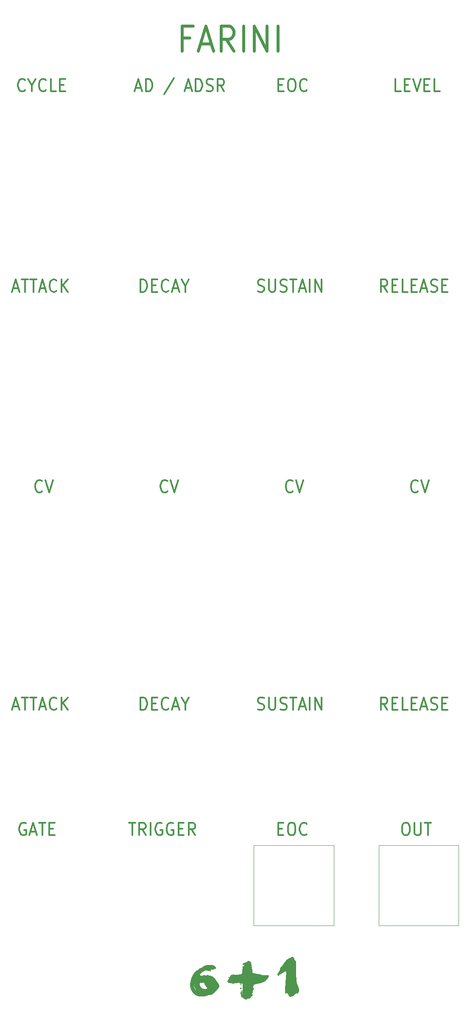
<source format=gbr>
%TF.GenerationSoftware,KiCad,Pcbnew,(5.1.9)-1*%
%TF.CreationDate,2021-09-12T18:44:49+01:00*%
%TF.ProjectId,Function Generator Front Panel,46756e63-7469-46f6-9e20-47656e657261,rev?*%
%TF.SameCoordinates,Original*%
%TF.FileFunction,Legend,Top*%
%TF.FilePolarity,Positive*%
%FSLAX46Y46*%
G04 Gerber Fmt 4.6, Leading zero omitted, Abs format (unit mm)*
G04 Created by KiCad (PCBNEW (5.1.9)-1) date 2021-09-12 18:44:49*
%MOMM*%
%LPD*%
G01*
G04 APERTURE LIST*
%ADD10C,0.120000*%
%ADD11C,0.312500*%
%ADD12C,0.625000*%
%ADD13C,0.100000*%
%ADD14C,0.002000*%
G04 APERTURE END LIST*
D10*
X122428000Y-190500000D02*
X106553000Y-190500000D01*
X122428000Y-174498000D02*
X122428000Y-190500000D01*
X106553000Y-174498000D02*
X122428000Y-174498000D01*
X106553000Y-190500000D02*
X106553000Y-174498000D01*
X97536000Y-190500000D02*
X81534000Y-190500000D01*
X97536000Y-174498000D02*
X97536000Y-190500000D01*
X81534000Y-174498000D02*
X97536000Y-174498000D01*
X81534000Y-190500000D02*
X81534000Y-174498000D01*
D11*
X58969653Y-147531614D02*
X58969653Y-145031614D01*
X59505367Y-145031614D01*
X59826796Y-145150662D01*
X60041081Y-145388757D01*
X60148224Y-145626852D01*
X60255367Y-146103042D01*
X60255367Y-146460185D01*
X60148224Y-146936376D01*
X60041081Y-147174471D01*
X59826796Y-147412566D01*
X59505367Y-147531614D01*
X58969653Y-147531614D01*
X61219653Y-146222090D02*
X61969653Y-146222090D01*
X62291081Y-147531614D02*
X61219653Y-147531614D01*
X61219653Y-145031614D01*
X62291081Y-145031614D01*
X64541081Y-147293519D02*
X64433939Y-147412566D01*
X64112510Y-147531614D01*
X63898224Y-147531614D01*
X63576796Y-147412566D01*
X63362510Y-147174471D01*
X63255367Y-146936376D01*
X63148224Y-146460185D01*
X63148224Y-146103042D01*
X63255367Y-145626852D01*
X63362510Y-145388757D01*
X63576796Y-145150662D01*
X63898224Y-145031614D01*
X64112510Y-145031614D01*
X64433939Y-145150662D01*
X64541081Y-145269709D01*
X65398224Y-146817328D02*
X66469653Y-146817328D01*
X65183939Y-147531614D02*
X65933939Y-145031614D01*
X66683939Y-147531614D01*
X67862510Y-146341138D02*
X67862510Y-147531614D01*
X67112510Y-145031614D02*
X67862510Y-146341138D01*
X68612510Y-145031614D01*
X86455112Y-22869910D02*
X87205112Y-22869910D01*
X87526540Y-24179434D02*
X86455112Y-24179434D01*
X86455112Y-21679434D01*
X87526540Y-21679434D01*
X88919398Y-21679434D02*
X89347969Y-21679434D01*
X89562255Y-21798482D01*
X89776540Y-22036577D01*
X89883683Y-22512767D01*
X89883683Y-23346101D01*
X89776540Y-23822291D01*
X89562255Y-24060386D01*
X89347969Y-24179434D01*
X88919398Y-24179434D01*
X88705112Y-24060386D01*
X88490826Y-23822291D01*
X88383683Y-23346101D01*
X88383683Y-22512767D01*
X88490826Y-22036577D01*
X88705112Y-21798482D01*
X88919398Y-21679434D01*
X92133683Y-23941339D02*
X92026540Y-24060386D01*
X91705112Y-24179434D01*
X91490826Y-24179434D01*
X91169398Y-24060386D01*
X90955112Y-23822291D01*
X90847969Y-23584196D01*
X90740826Y-23108005D01*
X90740826Y-22750862D01*
X90847969Y-22274672D01*
X90955112Y-22036577D01*
X91169398Y-21798482D01*
X91490826Y-21679434D01*
X91705112Y-21679434D01*
X92026540Y-21798482D01*
X92133683Y-21917529D01*
X111701192Y-170031614D02*
X112129764Y-170031614D01*
X112344049Y-170150662D01*
X112558335Y-170388757D01*
X112665478Y-170864947D01*
X112665478Y-171698281D01*
X112558335Y-172174471D01*
X112344049Y-172412566D01*
X112129764Y-172531614D01*
X111701192Y-172531614D01*
X111486907Y-172412566D01*
X111272621Y-172174471D01*
X111165478Y-171698281D01*
X111165478Y-170864947D01*
X111272621Y-170388757D01*
X111486907Y-170150662D01*
X111701192Y-170031614D01*
X113629764Y-170031614D02*
X113629764Y-172055423D01*
X113736907Y-172293519D01*
X113844049Y-172412566D01*
X114058335Y-172531614D01*
X114486907Y-172531614D01*
X114701192Y-172412566D01*
X114808335Y-172293519D01*
X114915478Y-172055423D01*
X114915478Y-170031614D01*
X115665478Y-170031614D02*
X116951192Y-170031614D01*
X116308335Y-172531614D02*
X116308335Y-170031614D01*
D12*
X68763906Y-13514278D02*
X67263906Y-13514278D01*
X67263906Y-16133325D02*
X67263906Y-11133325D01*
X69406763Y-11133325D01*
X70906763Y-14704754D02*
X73049620Y-14704754D01*
X70478192Y-16133325D02*
X71978192Y-11133325D01*
X73478192Y-16133325D01*
X77549620Y-16133325D02*
X76049620Y-13752373D01*
X74978192Y-16133325D02*
X74978192Y-11133325D01*
X76692478Y-11133325D01*
X77121049Y-11371421D01*
X77335335Y-11609516D01*
X77549620Y-12085706D01*
X77549620Y-12799992D01*
X77335335Y-13276182D01*
X77121049Y-13514278D01*
X76692478Y-13752373D01*
X74978192Y-13752373D01*
X79478192Y-16133325D02*
X79478192Y-11133325D01*
X81621049Y-16133325D02*
X81621049Y-11133325D01*
X84192478Y-16133325D01*
X84192478Y-11133325D01*
X86335335Y-16133325D02*
X86335335Y-11133325D01*
D11*
X86431586Y-171222090D02*
X87181586Y-171222090D01*
X87503014Y-172531614D02*
X86431586Y-172531614D01*
X86431586Y-170031614D01*
X87503014Y-170031614D01*
X88895872Y-170031614D02*
X89324443Y-170031614D01*
X89538729Y-170150662D01*
X89753014Y-170388757D01*
X89860157Y-170864947D01*
X89860157Y-171698281D01*
X89753014Y-172174471D01*
X89538729Y-172412566D01*
X89324443Y-172531614D01*
X88895872Y-172531614D01*
X88681586Y-172412566D01*
X88467300Y-172174471D01*
X88360157Y-171698281D01*
X88360157Y-170864947D01*
X88467300Y-170388757D01*
X88681586Y-170150662D01*
X88895872Y-170031614D01*
X92110157Y-172293519D02*
X92003014Y-172412566D01*
X91681586Y-172531614D01*
X91467300Y-172531614D01*
X91145872Y-172412566D01*
X90931586Y-172174471D01*
X90824443Y-171936376D01*
X90717300Y-171460185D01*
X90717300Y-171103042D01*
X90824443Y-170626852D01*
X90931586Y-170388757D01*
X91145872Y-170150662D01*
X91467300Y-170031614D01*
X91681586Y-170031614D01*
X92003014Y-170150662D01*
X92110157Y-170269709D01*
X108220862Y-147531614D02*
X107470862Y-146341138D01*
X106935148Y-147531614D02*
X106935148Y-145031614D01*
X107792291Y-145031614D01*
X108006576Y-145150662D01*
X108113719Y-145269709D01*
X108220862Y-145507804D01*
X108220862Y-145864947D01*
X108113719Y-146103042D01*
X108006576Y-146222090D01*
X107792291Y-146341138D01*
X106935148Y-146341138D01*
X109185148Y-146222090D02*
X109935148Y-146222090D01*
X110256576Y-147531614D02*
X109185148Y-147531614D01*
X109185148Y-145031614D01*
X110256576Y-145031614D01*
X112292291Y-147531614D02*
X111220862Y-147531614D01*
X111220862Y-145031614D01*
X113042291Y-146222090D02*
X113792291Y-146222090D01*
X114113719Y-147531614D02*
X113042291Y-147531614D01*
X113042291Y-145031614D01*
X114113719Y-145031614D01*
X114970862Y-146817328D02*
X116042291Y-146817328D01*
X114756576Y-147531614D02*
X115506576Y-145031614D01*
X116256576Y-147531614D01*
X116899434Y-147412566D02*
X117220862Y-147531614D01*
X117756576Y-147531614D01*
X117970862Y-147412566D01*
X118078005Y-147293519D01*
X118185148Y-147055423D01*
X118185148Y-146817328D01*
X118078005Y-146579233D01*
X117970862Y-146460185D01*
X117756576Y-146341138D01*
X117328005Y-146222090D01*
X117113719Y-146103042D01*
X117006576Y-145983995D01*
X116899434Y-145745900D01*
X116899434Y-145507804D01*
X117006576Y-145269709D01*
X117113719Y-145150662D01*
X117328005Y-145031614D01*
X117863719Y-145031614D01*
X118185148Y-145150662D01*
X119149434Y-146222090D02*
X119899434Y-146222090D01*
X120220862Y-147531614D02*
X119149434Y-147531614D01*
X119149434Y-145031614D01*
X120220862Y-145031614D01*
X114324391Y-103941339D02*
X114217248Y-104060386D01*
X113895820Y-104179434D01*
X113681534Y-104179434D01*
X113360105Y-104060386D01*
X113145820Y-103822291D01*
X113038677Y-103584196D01*
X112931534Y-103108005D01*
X112931534Y-102750862D01*
X113038677Y-102274672D01*
X113145820Y-102036577D01*
X113360105Y-101798482D01*
X113681534Y-101679434D01*
X113895820Y-101679434D01*
X114217248Y-101798482D01*
X114324391Y-101917529D01*
X114967248Y-101679434D02*
X115717248Y-104179434D01*
X116467248Y-101679434D01*
X56665386Y-170031614D02*
X57951101Y-170031614D01*
X57308243Y-172531614D02*
X57308243Y-170031614D01*
X59986815Y-172531614D02*
X59236815Y-171341138D01*
X58701101Y-172531614D02*
X58701101Y-170031614D01*
X59558243Y-170031614D01*
X59772529Y-170150662D01*
X59879672Y-170269709D01*
X59986815Y-170507804D01*
X59986815Y-170864947D01*
X59879672Y-171103042D01*
X59772529Y-171222090D01*
X59558243Y-171341138D01*
X58701101Y-171341138D01*
X60951101Y-172531614D02*
X60951101Y-170031614D01*
X63201101Y-170150662D02*
X62986815Y-170031614D01*
X62665386Y-170031614D01*
X62343958Y-170150662D01*
X62129672Y-170388757D01*
X62022529Y-170626852D01*
X61915386Y-171103042D01*
X61915386Y-171460185D01*
X62022529Y-171936376D01*
X62129672Y-172174471D01*
X62343958Y-172412566D01*
X62665386Y-172531614D01*
X62879672Y-172531614D01*
X63201101Y-172412566D01*
X63308243Y-172293519D01*
X63308243Y-171460185D01*
X62879672Y-171460185D01*
X65451101Y-170150662D02*
X65236815Y-170031614D01*
X64915386Y-170031614D01*
X64593958Y-170150662D01*
X64379672Y-170388757D01*
X64272529Y-170626852D01*
X64165386Y-171103042D01*
X64165386Y-171460185D01*
X64272529Y-171936376D01*
X64379672Y-172174471D01*
X64593958Y-172412566D01*
X64915386Y-172531614D01*
X65129672Y-172531614D01*
X65451101Y-172412566D01*
X65558243Y-172293519D01*
X65558243Y-171460185D01*
X65129672Y-171460185D01*
X66522529Y-171222090D02*
X67272529Y-171222090D01*
X67593958Y-172531614D02*
X66522529Y-172531614D01*
X66522529Y-170031614D01*
X67593958Y-170031614D01*
X69843958Y-172531614D02*
X69093958Y-171341138D01*
X68558243Y-172531614D02*
X68558243Y-170031614D01*
X69415386Y-170031614D01*
X69629672Y-170150662D01*
X69736815Y-170269709D01*
X69843958Y-170507804D01*
X69843958Y-170864947D01*
X69736815Y-171103042D01*
X69629672Y-171222090D01*
X69415386Y-171341138D01*
X68558243Y-171341138D01*
X82358752Y-147412566D02*
X82680181Y-147531614D01*
X83215895Y-147531614D01*
X83430181Y-147412566D01*
X83537323Y-147293519D01*
X83644466Y-147055423D01*
X83644466Y-146817328D01*
X83537323Y-146579233D01*
X83430181Y-146460185D01*
X83215895Y-146341138D01*
X82787323Y-146222090D01*
X82573038Y-146103042D01*
X82465895Y-145983995D01*
X82358752Y-145745900D01*
X82358752Y-145507804D01*
X82465895Y-145269709D01*
X82573038Y-145150662D01*
X82787323Y-145031614D01*
X83323038Y-145031614D01*
X83644466Y-145150662D01*
X84608752Y-145031614D02*
X84608752Y-147055423D01*
X84715895Y-147293519D01*
X84823038Y-147412566D01*
X85037323Y-147531614D01*
X85465895Y-147531614D01*
X85680181Y-147412566D01*
X85787323Y-147293519D01*
X85894466Y-147055423D01*
X85894466Y-145031614D01*
X86858752Y-147412566D02*
X87180181Y-147531614D01*
X87715895Y-147531614D01*
X87930181Y-147412566D01*
X88037323Y-147293519D01*
X88144466Y-147055423D01*
X88144466Y-146817328D01*
X88037323Y-146579233D01*
X87930181Y-146460185D01*
X87715895Y-146341138D01*
X87287323Y-146222090D01*
X87073038Y-146103042D01*
X86965895Y-145983995D01*
X86858752Y-145745900D01*
X86858752Y-145507804D01*
X86965895Y-145269709D01*
X87073038Y-145150662D01*
X87287323Y-145031614D01*
X87823038Y-145031614D01*
X88144466Y-145150662D01*
X88787323Y-145031614D02*
X90073038Y-145031614D01*
X89430181Y-147531614D02*
X89430181Y-145031614D01*
X90715895Y-146817328D02*
X91787323Y-146817328D01*
X90501609Y-147531614D02*
X91251609Y-145031614D01*
X92001609Y-147531614D01*
X92751609Y-147531614D02*
X92751609Y-145031614D01*
X93823038Y-147531614D02*
X93823038Y-145031614D01*
X95108752Y-147531614D01*
X95108752Y-145031614D01*
X39324391Y-103941339D02*
X39217248Y-104060386D01*
X38895820Y-104179434D01*
X38681534Y-104179434D01*
X38360105Y-104060386D01*
X38145820Y-103822291D01*
X38038677Y-103584196D01*
X37931534Y-103108005D01*
X37931534Y-102750862D01*
X38038677Y-102274672D01*
X38145820Y-102036577D01*
X38360105Y-101798482D01*
X38681534Y-101679434D01*
X38895820Y-101679434D01*
X39217248Y-101798482D01*
X39324391Y-101917529D01*
X39967248Y-101679434D02*
X40717248Y-104179434D01*
X41467248Y-101679434D01*
X57970990Y-23465148D02*
X59042419Y-23465148D01*
X57756704Y-24179434D02*
X58506704Y-21679434D01*
X59256704Y-24179434D01*
X60006704Y-24179434D02*
X60006704Y-21679434D01*
X60542419Y-21679434D01*
X60863847Y-21798482D01*
X61078133Y-22036577D01*
X61185276Y-22274672D01*
X61292419Y-22750862D01*
X61292419Y-23108005D01*
X61185276Y-23584196D01*
X61078133Y-23822291D01*
X60863847Y-24060386D01*
X60542419Y-24179434D01*
X60006704Y-24179434D01*
X65578133Y-21560386D02*
X63649561Y-24774672D01*
X67935276Y-23465148D02*
X69006704Y-23465148D01*
X67720990Y-24179434D02*
X68470990Y-21679434D01*
X69220990Y-24179434D01*
X69970990Y-24179434D02*
X69970990Y-21679434D01*
X70506704Y-21679434D01*
X70828133Y-21798482D01*
X71042419Y-22036577D01*
X71149561Y-22274672D01*
X71256704Y-22750862D01*
X71256704Y-23108005D01*
X71149561Y-23584196D01*
X71042419Y-23822291D01*
X70828133Y-24060386D01*
X70506704Y-24179434D01*
X69970990Y-24179434D01*
X72113847Y-24060386D02*
X72435276Y-24179434D01*
X72970990Y-24179434D01*
X73185276Y-24060386D01*
X73292419Y-23941339D01*
X73399561Y-23703243D01*
X73399561Y-23465148D01*
X73292419Y-23227053D01*
X73185276Y-23108005D01*
X72970990Y-22988958D01*
X72542419Y-22869910D01*
X72328133Y-22750862D01*
X72220990Y-22631815D01*
X72113847Y-22393720D01*
X72113847Y-22155624D01*
X72220990Y-21917529D01*
X72328133Y-21798482D01*
X72542419Y-21679434D01*
X73078133Y-21679434D01*
X73399561Y-21798482D01*
X75649561Y-24179434D02*
X74899561Y-22988958D01*
X74363847Y-24179434D02*
X74363847Y-21679434D01*
X75220990Y-21679434D01*
X75435276Y-21798482D01*
X75542419Y-21917529D01*
X75649561Y-22155624D01*
X75649561Y-22512767D01*
X75542419Y-22750862D01*
X75435276Y-22869910D01*
X75220990Y-22988958D01*
X74363847Y-22988958D01*
X110886616Y-24179434D02*
X109815188Y-24179434D01*
X109815188Y-21679434D01*
X111636616Y-22869910D02*
X112386616Y-22869910D01*
X112708045Y-24179434D02*
X111636616Y-24179434D01*
X111636616Y-21679434D01*
X112708045Y-21679434D01*
X113350902Y-21679434D02*
X114100902Y-24179434D01*
X114850902Y-21679434D01*
X115600902Y-22869910D02*
X116350902Y-22869910D01*
X116672331Y-24179434D02*
X115600902Y-24179434D01*
X115600902Y-21679434D01*
X116672331Y-21679434D01*
X118708045Y-24179434D02*
X117636616Y-24179434D01*
X117636616Y-21679434D01*
X89324391Y-103941339D02*
X89217248Y-104060386D01*
X88895820Y-104179434D01*
X88681534Y-104179434D01*
X88360105Y-104060386D01*
X88145820Y-103822291D01*
X88038677Y-103584196D01*
X87931534Y-103108005D01*
X87931534Y-102750862D01*
X88038677Y-102274672D01*
X88145820Y-102036577D01*
X88360105Y-101798482D01*
X88681534Y-101679434D01*
X88895820Y-101679434D01*
X89217248Y-101798482D01*
X89324391Y-101917529D01*
X89967248Y-101679434D02*
X90717248Y-104179434D01*
X91467248Y-101679434D01*
X36033674Y-170150662D02*
X35819389Y-170031614D01*
X35497960Y-170031614D01*
X35176531Y-170150662D01*
X34962246Y-170388757D01*
X34855103Y-170626852D01*
X34747960Y-171103042D01*
X34747960Y-171460185D01*
X34855103Y-171936376D01*
X34962246Y-172174471D01*
X35176531Y-172412566D01*
X35497960Y-172531614D01*
X35712246Y-172531614D01*
X36033674Y-172412566D01*
X36140817Y-172293519D01*
X36140817Y-171460185D01*
X35712246Y-171460185D01*
X36997960Y-171817328D02*
X38069389Y-171817328D01*
X36783674Y-172531614D02*
X37533674Y-170031614D01*
X38283674Y-172531614D01*
X38712246Y-170031614D02*
X39997960Y-170031614D01*
X39355103Y-172531614D02*
X39355103Y-170031614D01*
X40747960Y-171222090D02*
X41497960Y-171222090D01*
X41819389Y-172531614D02*
X40747960Y-172531614D01*
X40747960Y-170031614D01*
X41819389Y-170031614D01*
X108220862Y-64179434D02*
X107470862Y-62988958D01*
X106935148Y-64179434D02*
X106935148Y-61679434D01*
X107792291Y-61679434D01*
X108006576Y-61798482D01*
X108113719Y-61917529D01*
X108220862Y-62155624D01*
X108220862Y-62512767D01*
X108113719Y-62750862D01*
X108006576Y-62869910D01*
X107792291Y-62988958D01*
X106935148Y-62988958D01*
X109185148Y-62869910D02*
X109935148Y-62869910D01*
X110256576Y-64179434D02*
X109185148Y-64179434D01*
X109185148Y-61679434D01*
X110256576Y-61679434D01*
X112292291Y-64179434D02*
X111220862Y-64179434D01*
X111220862Y-61679434D01*
X113042291Y-62869910D02*
X113792291Y-62869910D01*
X114113719Y-64179434D02*
X113042291Y-64179434D01*
X113042291Y-61679434D01*
X114113719Y-61679434D01*
X114970862Y-63465148D02*
X116042291Y-63465148D01*
X114756576Y-64179434D02*
X115506576Y-61679434D01*
X116256576Y-64179434D01*
X116899434Y-64060386D02*
X117220862Y-64179434D01*
X117756576Y-64179434D01*
X117970862Y-64060386D01*
X118078005Y-63941339D01*
X118185148Y-63703243D01*
X118185148Y-63465148D01*
X118078005Y-63227053D01*
X117970862Y-63108005D01*
X117756576Y-62988958D01*
X117328005Y-62869910D01*
X117113719Y-62750862D01*
X117006576Y-62631815D01*
X116899434Y-62393720D01*
X116899434Y-62155624D01*
X117006576Y-61917529D01*
X117113719Y-61798482D01*
X117328005Y-61679434D01*
X117863719Y-61679434D01*
X118185148Y-61798482D01*
X119149434Y-62869910D02*
X119899434Y-62869910D01*
X120220862Y-64179434D02*
X119149434Y-64179434D01*
X119149434Y-61679434D01*
X120220862Y-61679434D01*
X82358752Y-64060386D02*
X82680181Y-64179434D01*
X83215895Y-64179434D01*
X83430181Y-64060386D01*
X83537323Y-63941339D01*
X83644466Y-63703243D01*
X83644466Y-63465148D01*
X83537323Y-63227053D01*
X83430181Y-63108005D01*
X83215895Y-62988958D01*
X82787323Y-62869910D01*
X82573038Y-62750862D01*
X82465895Y-62631815D01*
X82358752Y-62393720D01*
X82358752Y-62155624D01*
X82465895Y-61917529D01*
X82573038Y-61798482D01*
X82787323Y-61679434D01*
X83323038Y-61679434D01*
X83644466Y-61798482D01*
X84608752Y-61679434D02*
X84608752Y-63703243D01*
X84715895Y-63941339D01*
X84823038Y-64060386D01*
X85037323Y-64179434D01*
X85465895Y-64179434D01*
X85680181Y-64060386D01*
X85787323Y-63941339D01*
X85894466Y-63703243D01*
X85894466Y-61679434D01*
X86858752Y-64060386D02*
X87180181Y-64179434D01*
X87715895Y-64179434D01*
X87930181Y-64060386D01*
X88037323Y-63941339D01*
X88144466Y-63703243D01*
X88144466Y-63465148D01*
X88037323Y-63227053D01*
X87930181Y-63108005D01*
X87715895Y-62988958D01*
X87287323Y-62869910D01*
X87073038Y-62750862D01*
X86965895Y-62631815D01*
X86858752Y-62393720D01*
X86858752Y-62155624D01*
X86965895Y-61917529D01*
X87073038Y-61798482D01*
X87287323Y-61679434D01*
X87823038Y-61679434D01*
X88144466Y-61798482D01*
X88787323Y-61679434D02*
X90073038Y-61679434D01*
X89430181Y-64179434D02*
X89430181Y-61679434D01*
X90715895Y-63465148D02*
X91787323Y-63465148D01*
X90501609Y-64179434D02*
X91251609Y-61679434D01*
X92001609Y-64179434D01*
X92751609Y-64179434D02*
X92751609Y-61679434D01*
X93823038Y-64179434D02*
X93823038Y-61679434D01*
X95108752Y-64179434D01*
X95108752Y-61679434D01*
X64324391Y-103941339D02*
X64217248Y-104060386D01*
X63895820Y-104179434D01*
X63681534Y-104179434D01*
X63360105Y-104060386D01*
X63145820Y-103822291D01*
X63038677Y-103584196D01*
X62931534Y-103108005D01*
X62931534Y-102750862D01*
X63038677Y-102274672D01*
X63145820Y-102036577D01*
X63360105Y-101798482D01*
X63681534Y-101679434D01*
X63895820Y-101679434D01*
X64217248Y-101798482D01*
X64324391Y-101917529D01*
X64967248Y-101679434D02*
X65717248Y-104179434D01*
X66467248Y-101679434D01*
X33508684Y-63465148D02*
X34580113Y-63465148D01*
X33294398Y-64179434D02*
X34044398Y-61679434D01*
X34794398Y-64179434D01*
X35222970Y-61679434D02*
X36508684Y-61679434D01*
X35865827Y-64179434D02*
X35865827Y-61679434D01*
X36937255Y-61679434D02*
X38222970Y-61679434D01*
X37580113Y-64179434D02*
X37580113Y-61679434D01*
X38865827Y-63465148D02*
X39937255Y-63465148D01*
X38651541Y-64179434D02*
X39401541Y-61679434D01*
X40151541Y-64179434D01*
X42187255Y-63941339D02*
X42080113Y-64060386D01*
X41758684Y-64179434D01*
X41544398Y-64179434D01*
X41222970Y-64060386D01*
X41008684Y-63822291D01*
X40901541Y-63584196D01*
X40794398Y-63108005D01*
X40794398Y-62750862D01*
X40901541Y-62274672D01*
X41008684Y-62036577D01*
X41222970Y-61798482D01*
X41544398Y-61679434D01*
X41758684Y-61679434D01*
X42080113Y-61798482D01*
X42187255Y-61917529D01*
X43151541Y-64179434D02*
X43151541Y-61679434D01*
X44437255Y-64179434D02*
X43472970Y-62750862D01*
X44437255Y-61679434D02*
X43151541Y-63108005D01*
X35879734Y-23941339D02*
X35772591Y-24060386D01*
X35451163Y-24179434D01*
X35236877Y-24179434D01*
X34915448Y-24060386D01*
X34701163Y-23822291D01*
X34594020Y-23584196D01*
X34486877Y-23108005D01*
X34486877Y-22750862D01*
X34594020Y-22274672D01*
X34701163Y-22036577D01*
X34915448Y-21798482D01*
X35236877Y-21679434D01*
X35451163Y-21679434D01*
X35772591Y-21798482D01*
X35879734Y-21917529D01*
X37272591Y-22988958D02*
X37272591Y-24179434D01*
X36522591Y-21679434D02*
X37272591Y-22988958D01*
X38022591Y-21679434D01*
X40058306Y-23941339D02*
X39951163Y-24060386D01*
X39629734Y-24179434D01*
X39415448Y-24179434D01*
X39094020Y-24060386D01*
X38879734Y-23822291D01*
X38772591Y-23584196D01*
X38665448Y-23108005D01*
X38665448Y-22750862D01*
X38772591Y-22274672D01*
X38879734Y-22036577D01*
X39094020Y-21798482D01*
X39415448Y-21679434D01*
X39629734Y-21679434D01*
X39951163Y-21798482D01*
X40058306Y-21917529D01*
X42094020Y-24179434D02*
X41022591Y-24179434D01*
X41022591Y-21679434D01*
X42844020Y-22869910D02*
X43594020Y-22869910D01*
X43915448Y-24179434D02*
X42844020Y-24179434D01*
X42844020Y-21679434D01*
X43915448Y-21679434D01*
X58969653Y-64179434D02*
X58969653Y-61679434D01*
X59505367Y-61679434D01*
X59826796Y-61798482D01*
X60041081Y-62036577D01*
X60148224Y-62274672D01*
X60255367Y-62750862D01*
X60255367Y-63108005D01*
X60148224Y-63584196D01*
X60041081Y-63822291D01*
X59826796Y-64060386D01*
X59505367Y-64179434D01*
X58969653Y-64179434D01*
X61219653Y-62869910D02*
X61969653Y-62869910D01*
X62291081Y-64179434D02*
X61219653Y-64179434D01*
X61219653Y-61679434D01*
X62291081Y-61679434D01*
X64541081Y-63941339D02*
X64433939Y-64060386D01*
X64112510Y-64179434D01*
X63898224Y-64179434D01*
X63576796Y-64060386D01*
X63362510Y-63822291D01*
X63255367Y-63584196D01*
X63148224Y-63108005D01*
X63148224Y-62750862D01*
X63255367Y-62274672D01*
X63362510Y-62036577D01*
X63576796Y-61798482D01*
X63898224Y-61679434D01*
X64112510Y-61679434D01*
X64433939Y-61798482D01*
X64541081Y-61917529D01*
X65398224Y-63465148D02*
X66469653Y-63465148D01*
X65183939Y-64179434D02*
X65933939Y-61679434D01*
X66683939Y-64179434D01*
X67862510Y-62988958D02*
X67862510Y-64179434D01*
X67112510Y-61679434D02*
X67862510Y-62988958D01*
X68612510Y-61679434D01*
X33508684Y-146817328D02*
X34580113Y-146817328D01*
X33294398Y-147531614D02*
X34044398Y-145031614D01*
X34794398Y-147531614D01*
X35222970Y-145031614D02*
X36508684Y-145031614D01*
X35865827Y-147531614D02*
X35865827Y-145031614D01*
X36937255Y-145031614D02*
X38222970Y-145031614D01*
X37580113Y-147531614D02*
X37580113Y-145031614D01*
X38865827Y-146817328D02*
X39937255Y-146817328D01*
X38651541Y-147531614D02*
X39401541Y-145031614D01*
X40151541Y-147531614D01*
X42187255Y-147293519D02*
X42080113Y-147412566D01*
X41758684Y-147531614D01*
X41544398Y-147531614D01*
X41222970Y-147412566D01*
X41008684Y-147174471D01*
X40901541Y-146936376D01*
X40794398Y-146460185D01*
X40794398Y-146103042D01*
X40901541Y-145626852D01*
X41008684Y-145388757D01*
X41222970Y-145150662D01*
X41544398Y-145031614D01*
X41758684Y-145031614D01*
X42080113Y-145150662D01*
X42187255Y-145269709D01*
X43151541Y-147531614D02*
X43151541Y-145031614D01*
X44437255Y-147531614D02*
X43472970Y-146103042D01*
X44437255Y-145031614D02*
X43151541Y-146460185D01*
D13*
%TO.C,REF\u002A\u002A*%
G36*
X73275277Y-198454014D02*
G01*
X73626492Y-198564268D01*
X73826495Y-198716143D01*
X73921036Y-198904251D01*
X73877124Y-199048598D01*
X73727428Y-199111699D01*
X73570721Y-199143455D01*
X73385988Y-199170032D01*
X73466519Y-199219802D01*
X73423627Y-199256897D01*
X73349101Y-199278522D01*
X73257033Y-199282855D01*
X73160617Y-199267897D01*
X73018723Y-199251319D01*
X72934890Y-199289941D01*
X72913773Y-199548967D01*
X72905858Y-199576598D01*
X72828218Y-199591510D01*
X72679303Y-199545664D01*
X72379977Y-199478115D01*
X72221625Y-199450116D01*
X71852569Y-199461640D01*
X71447140Y-199606195D01*
X71089316Y-199843564D01*
X70861723Y-200130658D01*
X70754183Y-200360899D01*
X70728386Y-200497546D01*
X70772978Y-200553595D01*
X70871526Y-200547862D01*
X70928922Y-200533896D01*
X71009384Y-200562616D01*
X71047435Y-200631808D01*
X71116995Y-200633679D01*
X71567152Y-200455105D01*
X71679573Y-200428052D01*
X71755477Y-200444197D01*
X71865130Y-200557836D01*
X71997025Y-200569854D01*
X72102235Y-200522024D01*
X72416666Y-200415925D01*
X72469473Y-200453610D01*
X72461791Y-200527452D01*
X72462055Y-200601100D01*
X72558398Y-200587158D01*
X72716382Y-200567410D01*
X72825865Y-200567213D01*
X73008049Y-200610748D01*
X73176773Y-200688358D01*
X73352865Y-200753693D01*
X73463105Y-200827017D01*
X73477040Y-200876184D01*
X73438817Y-200970250D01*
X73440125Y-200991796D01*
X73494640Y-200978316D01*
X73635626Y-201002889D01*
X74540458Y-202225813D01*
X71643357Y-201949778D01*
X71646526Y-201906240D01*
X70857044Y-201880832D01*
X68917716Y-202843342D01*
X68865851Y-202527554D01*
X68855499Y-202271375D01*
X68886227Y-202002182D01*
X68966015Y-201639689D01*
X69373280Y-200528006D01*
X69639083Y-200092887D01*
X69937597Y-199755934D01*
X70285920Y-199477600D01*
X70821267Y-199124236D01*
X71385414Y-198789217D01*
X71839919Y-198563564D01*
X72233013Y-198454551D01*
X72759456Y-198420051D01*
X73275277Y-198454014D01*
G37*
X73275277Y-198454014D02*
X73626492Y-198564268D01*
X73826495Y-198716143D01*
X73921036Y-198904251D01*
X73877124Y-199048598D01*
X73727428Y-199111699D01*
X73570721Y-199143455D01*
X73385988Y-199170032D01*
X73466519Y-199219802D01*
X73423627Y-199256897D01*
X73349101Y-199278522D01*
X73257033Y-199282855D01*
X73160617Y-199267897D01*
X73018723Y-199251319D01*
X72934890Y-199289941D01*
X72913773Y-199548967D01*
X72905858Y-199576598D01*
X72828218Y-199591510D01*
X72679303Y-199545664D01*
X72379977Y-199478115D01*
X72221625Y-199450116D01*
X71852569Y-199461640D01*
X71447140Y-199606195D01*
X71089316Y-199843564D01*
X70861723Y-200130658D01*
X70754183Y-200360899D01*
X70728386Y-200497546D01*
X70772978Y-200553595D01*
X70871526Y-200547862D01*
X70928922Y-200533896D01*
X71009384Y-200562616D01*
X71047435Y-200631808D01*
X71116995Y-200633679D01*
X71567152Y-200455105D01*
X71679573Y-200428052D01*
X71755477Y-200444197D01*
X71865130Y-200557836D01*
X71997025Y-200569854D01*
X72102235Y-200522024D01*
X72416666Y-200415925D01*
X72469473Y-200453610D01*
X72461791Y-200527452D01*
X72462055Y-200601100D01*
X72558398Y-200587158D01*
X72716382Y-200567410D01*
X72825865Y-200567213D01*
X73008049Y-200610748D01*
X73176773Y-200688358D01*
X73352865Y-200753693D01*
X73463105Y-200827017D01*
X73477040Y-200876184D01*
X73438817Y-200970250D01*
X73440125Y-200991796D01*
X73494640Y-200978316D01*
X73635626Y-201002889D01*
X74540458Y-202225813D01*
X71643357Y-201949778D01*
X71646526Y-201906240D01*
X70857044Y-201880832D01*
X68917716Y-202843342D01*
X68865851Y-202527554D01*
X68855499Y-202271375D01*
X68886227Y-202002182D01*
X68966015Y-201639689D01*
X69373280Y-200528006D01*
X69639083Y-200092887D01*
X69937597Y-199755934D01*
X70285920Y-199477600D01*
X70821267Y-199124236D01*
X71385414Y-198789217D01*
X71839919Y-198563564D01*
X72233013Y-198454551D01*
X72759456Y-198420051D01*
X73275277Y-198454014D01*
G36*
X74330718Y-203090752D02*
G01*
X74022522Y-203483813D01*
X73679743Y-203833750D01*
X73466295Y-204008633D01*
X73262180Y-204134924D01*
X73052607Y-204220737D01*
X72627897Y-204309415D01*
X72411535Y-204361190D01*
X72207160Y-204419880D01*
X72051399Y-204476554D01*
X71628610Y-204584832D01*
X72257101Y-203107101D01*
X74321527Y-202511700D01*
X74330718Y-203090752D01*
G37*
X74330718Y-203090752D02*
X74022522Y-203483813D01*
X73679743Y-203833750D01*
X73466295Y-204008633D01*
X73262180Y-204134924D01*
X73052607Y-204220737D01*
X72627897Y-204309415D01*
X72411535Y-204361190D01*
X72207160Y-204419880D01*
X72051399Y-204476554D01*
X71628610Y-204584832D01*
X72257101Y-203107101D01*
X74321527Y-202511700D01*
X74330718Y-203090752D01*
G36*
X70753637Y-201942892D02*
G01*
X70695063Y-202072103D01*
X70727225Y-202483066D01*
X70963916Y-202873147D01*
X71345146Y-203153079D01*
X71784497Y-203251700D01*
X72120152Y-203219768D01*
X72257101Y-203107101D01*
X71628610Y-204584832D01*
X71061798Y-204606364D01*
X70490952Y-204550611D01*
X70052697Y-204417155D01*
X69671445Y-204171061D01*
X69337584Y-203803721D01*
X69078352Y-203348676D01*
X69175542Y-203289677D01*
X69901416Y-203536417D01*
X69982709Y-203543291D01*
X70002436Y-203419397D01*
X69819183Y-202979692D01*
X69732944Y-202800391D01*
X69564650Y-202535263D01*
X69517479Y-202512011D01*
X70857044Y-201880832D01*
X70753637Y-201942892D01*
G37*
X70753637Y-201942892D02*
X70695063Y-202072103D01*
X70727225Y-202483066D01*
X70963916Y-202873147D01*
X71345146Y-203153079D01*
X71784497Y-203251700D01*
X72120152Y-203219768D01*
X72257101Y-203107101D01*
X71628610Y-204584832D01*
X71061798Y-204606364D01*
X70490952Y-204550611D01*
X70052697Y-204417155D01*
X69671445Y-204171061D01*
X69337584Y-203803721D01*
X69078352Y-203348676D01*
X69175542Y-203289677D01*
X69901416Y-203536417D01*
X69982709Y-203543291D01*
X70002436Y-203419397D01*
X69819183Y-202979692D01*
X69732944Y-202800391D01*
X69564650Y-202535263D01*
X69517479Y-202512011D01*
X70857044Y-201880832D01*
X70753637Y-201942892D01*
G36*
X69439964Y-202609038D02*
G01*
X69495956Y-202757613D01*
X69901416Y-203536417D01*
X69200097Y-203295384D01*
X69200097Y-203295383D01*
X69216006Y-203270556D01*
X69218464Y-203161699D01*
X69211402Y-203074161D01*
X69189989Y-202976387D01*
X69158693Y-202883603D01*
X69121526Y-202811700D01*
X69042956Y-202728016D01*
X69453900Y-202541968D01*
X69439964Y-202609038D01*
G37*
X69439964Y-202609038D02*
X69495956Y-202757613D01*
X69901416Y-203536417D01*
X69200097Y-203295384D01*
X69200097Y-203295383D01*
X69216006Y-203270556D01*
X69218464Y-203161699D01*
X69211402Y-203074161D01*
X69189989Y-202976387D01*
X69158693Y-202883603D01*
X69121526Y-202811700D01*
X69042956Y-202728016D01*
X69453900Y-202541968D01*
X69439964Y-202609038D01*
G36*
X69027047Y-202752843D02*
G01*
X69024589Y-202861699D01*
X69031652Y-202949237D01*
X69053065Y-203047012D01*
X69084359Y-203139796D01*
X69175542Y-203289677D01*
X69200097Y-203295383D01*
X69078352Y-203348676D01*
X68917716Y-202843342D01*
X69042956Y-202728016D01*
X69027047Y-202752843D01*
G37*
X69027047Y-202752843D02*
X69024589Y-202861699D01*
X69031652Y-202949237D01*
X69053065Y-203047012D01*
X69084359Y-203139796D01*
X69175542Y-203289677D01*
X69200097Y-203295383D01*
X69078352Y-203348676D01*
X68917716Y-202843342D01*
X69042956Y-202728016D01*
X69027047Y-202752843D01*
G36*
X74321527Y-202211699D02*
G01*
X74250902Y-202255762D01*
X74228996Y-202304354D01*
X74221527Y-202361699D01*
X74228996Y-202419045D01*
X74250902Y-202467637D01*
X74283391Y-202500143D01*
X72257101Y-203107101D01*
X72244528Y-202920352D01*
X72039717Y-202619373D01*
X71917901Y-202456353D01*
X71814995Y-202293951D01*
X71740424Y-202151629D01*
X71721527Y-202067563D01*
X71715999Y-202007511D01*
X71699495Y-201955881D01*
X71675208Y-201919926D01*
X74321527Y-202211699D01*
G37*
X74321527Y-202211699D02*
X74250902Y-202255762D01*
X74228996Y-202304354D01*
X74221527Y-202361699D01*
X74228996Y-202419045D01*
X74250902Y-202467637D01*
X74283391Y-202500143D01*
X72257101Y-203107101D01*
X72244528Y-202920352D01*
X72039717Y-202619373D01*
X71917901Y-202456353D01*
X71814995Y-202293951D01*
X71740424Y-202151629D01*
X71721527Y-202067563D01*
X71715999Y-202007511D01*
X71699495Y-201955881D01*
X71675208Y-201919926D01*
X74321527Y-202211699D01*
G36*
X74540457Y-202225814D02*
G01*
X74621527Y-202490610D01*
X74560859Y-202723855D01*
X74330718Y-203090752D01*
X74321527Y-202511700D01*
X74359662Y-202500142D01*
X74392152Y-202467637D01*
X74414058Y-202419045D01*
X74421526Y-202361699D01*
X74414057Y-202304353D01*
X74392152Y-202255762D01*
X74359662Y-202223256D01*
X74321527Y-202211699D01*
X74540457Y-202225814D01*
G37*
X74540457Y-202225814D02*
X74621527Y-202490610D01*
X74560859Y-202723855D01*
X74330718Y-203090752D01*
X74321527Y-202511700D01*
X74359662Y-202500142D01*
X74392152Y-202467637D01*
X74414058Y-202419045D01*
X74421526Y-202361699D01*
X74414057Y-202304353D01*
X74392152Y-202255762D01*
X74359662Y-202223256D01*
X74321527Y-202211699D01*
X74540457Y-202225814D01*
G36*
X89313731Y-196806595D02*
G01*
X89402736Y-196893237D01*
X89456985Y-196976864D01*
X89511505Y-197090830D01*
X89558189Y-197214533D01*
X89588762Y-197329330D01*
X89621819Y-197446894D01*
X89666061Y-197518238D01*
X89722422Y-197547658D01*
X89790978Y-197540399D01*
X89863910Y-197559855D01*
X89908107Y-197658898D01*
X89926184Y-197886454D01*
X89922288Y-198372767D01*
X89911466Y-200198604D01*
X89969670Y-201362145D01*
X90097057Y-202142596D01*
X90322686Y-202632651D01*
X90465500Y-202933581D01*
X90505795Y-203110971D01*
X90518346Y-203282650D01*
X90487308Y-203550303D01*
X90400235Y-203794236D01*
X90281758Y-203963262D01*
X90157763Y-204004630D01*
X90008958Y-204010106D01*
X89665230Y-204164014D01*
X89620510Y-204248363D01*
X89533581Y-204392605D01*
X89196829Y-204543679D01*
X88837852Y-204644533D01*
X88655877Y-204598712D01*
X88560992Y-204484052D01*
X88531172Y-204419842D01*
X88507788Y-204305384D01*
X88460983Y-204223819D01*
X88394301Y-204136567D01*
X88315422Y-204056175D01*
X88207250Y-203966955D01*
X88135312Y-203934803D01*
X88079492Y-203946331D01*
X88029295Y-203999129D01*
X87882926Y-203967154D01*
X87826293Y-203157360D01*
X87854840Y-201998117D01*
X87977400Y-200801011D01*
X88062813Y-199987058D01*
X87998541Y-199650196D01*
X88049282Y-199599455D01*
X87996199Y-199578476D01*
X87897933Y-199590990D01*
X87778108Y-199628440D01*
X87503000Y-199771000D01*
X87109425Y-199989166D01*
X86930113Y-200088732D01*
X86773602Y-200182834D01*
X86641549Y-200277852D01*
X86543146Y-200363403D01*
X86492152Y-200482921D01*
X86421527Y-200511699D01*
X86339097Y-200449234D01*
X86333694Y-200292414D01*
X86415048Y-200057612D01*
X86571527Y-199790218D01*
X86667218Y-199635926D01*
X86805452Y-199333619D01*
X86821527Y-199239183D01*
X86862997Y-199061507D01*
X87008279Y-198807831D01*
X87259303Y-198458722D01*
X87671527Y-197946401D01*
X87985993Y-197583570D01*
X88229544Y-197349408D01*
X88492347Y-197158838D01*
X88865019Y-196943237D01*
X89113626Y-196815877D01*
X89229889Y-196783296D01*
X89313731Y-196806595D01*
G37*
X89313731Y-196806595D02*
X89402736Y-196893237D01*
X89456985Y-196976864D01*
X89511505Y-197090830D01*
X89558189Y-197214533D01*
X89588762Y-197329330D01*
X89621819Y-197446894D01*
X89666061Y-197518238D01*
X89722422Y-197547658D01*
X89790978Y-197540399D01*
X89863910Y-197559855D01*
X89908107Y-197658898D01*
X89926184Y-197886454D01*
X89922288Y-198372767D01*
X89911466Y-200198604D01*
X89969670Y-201362145D01*
X90097057Y-202142596D01*
X90322686Y-202632651D01*
X90465500Y-202933581D01*
X90505795Y-203110971D01*
X90518346Y-203282650D01*
X90487308Y-203550303D01*
X90400235Y-203794236D01*
X90281758Y-203963262D01*
X90157763Y-204004630D01*
X90008958Y-204010106D01*
X89665230Y-204164014D01*
X89620510Y-204248363D01*
X89533581Y-204392605D01*
X89196829Y-204543679D01*
X88837852Y-204644533D01*
X88655877Y-204598712D01*
X88560992Y-204484052D01*
X88531172Y-204419842D01*
X88507788Y-204305384D01*
X88460983Y-204223819D01*
X88394301Y-204136567D01*
X88315422Y-204056175D01*
X88207250Y-203966955D01*
X88135312Y-203934803D01*
X88079492Y-203946331D01*
X88029295Y-203999129D01*
X87882926Y-203967154D01*
X87826293Y-203157360D01*
X87854840Y-201998117D01*
X87977400Y-200801011D01*
X88062813Y-199987058D01*
X87998541Y-199650196D01*
X88049282Y-199599455D01*
X87996199Y-199578476D01*
X87897933Y-199590990D01*
X87778108Y-199628440D01*
X87503000Y-199771000D01*
X87109425Y-199989166D01*
X86930113Y-200088732D01*
X86773602Y-200182834D01*
X86641549Y-200277852D01*
X86543146Y-200363403D01*
X86492152Y-200482921D01*
X86421527Y-200511699D01*
X86339097Y-200449234D01*
X86333694Y-200292414D01*
X86415048Y-200057612D01*
X86571527Y-199790218D01*
X86667218Y-199635926D01*
X86805452Y-199333619D01*
X86821527Y-199239183D01*
X86862997Y-199061507D01*
X87008279Y-198807831D01*
X87259303Y-198458722D01*
X87671527Y-197946401D01*
X87985993Y-197583570D01*
X88229544Y-197349408D01*
X88492347Y-197158838D01*
X88865019Y-196943237D01*
X89113626Y-196815877D01*
X89229889Y-196783296D01*
X89313731Y-196806595D01*
G36*
X78994291Y-202919145D02*
G01*
X78994292Y-202919146D01*
X79008573Y-202941075D01*
X79018292Y-202973415D01*
X79021526Y-203011700D01*
X79013420Y-203049855D01*
X78990418Y-203082324D01*
X78956050Y-203104087D01*
X78915625Y-203111700D01*
X78880130Y-203103871D01*
X78858986Y-203082324D01*
X78855876Y-203049909D01*
X78871527Y-203011699D01*
X78898426Y-202973422D01*
X78928129Y-202941074D01*
X78977427Y-202911699D01*
X78994291Y-202919145D01*
G37*
X78994291Y-202919145D02*
X78994292Y-202919146D01*
X79008573Y-202941075D01*
X79018292Y-202973415D01*
X79021526Y-203011700D01*
X79013420Y-203049855D01*
X78990418Y-203082324D01*
X78956050Y-203104087D01*
X78915625Y-203111700D01*
X78880130Y-203103871D01*
X78858986Y-203082324D01*
X78855876Y-203049909D01*
X78871527Y-203011699D01*
X78898426Y-202973422D01*
X78928129Y-202941074D01*
X78977427Y-202911699D01*
X78994291Y-202919145D01*
G36*
X80597982Y-197664135D02*
G01*
X80628555Y-197786699D01*
X80634518Y-197883691D01*
X80649184Y-197893888D01*
X80669107Y-197876559D01*
X80717822Y-197761699D01*
X80762947Y-197660990D01*
X80793446Y-197633133D01*
X80849892Y-197711699D01*
X80921138Y-197977858D01*
X81018687Y-198480613D01*
X81109384Y-199013565D01*
X81166976Y-199444992D01*
X81153000Y-199771000D01*
X81315864Y-200040801D01*
X81762132Y-200123918D01*
X82596466Y-200239677D01*
X82902796Y-200337660D01*
X83216247Y-200413110D01*
X83785527Y-200441538D01*
X84486752Y-200536072D01*
X84310839Y-200970610D01*
X83994542Y-201348654D01*
X83667219Y-201628363D01*
X83313243Y-201821504D01*
X82872847Y-201953631D01*
X82271527Y-202048094D01*
X81923615Y-202119119D01*
X81652330Y-202244478D01*
X81465519Y-202419713D01*
X81365749Y-202638005D01*
X81345599Y-202769785D01*
X81374549Y-202960102D01*
X81472250Y-203050308D01*
X81493073Y-203253592D01*
X81432203Y-203155101D01*
X81329686Y-203402180D01*
X81308913Y-203654452D01*
X81270200Y-203809646D01*
X81213736Y-203961600D01*
X81146798Y-204085406D01*
X81035322Y-204258575D01*
X81022069Y-204304328D01*
X81107673Y-204304328D01*
X81146798Y-204285026D01*
X81272137Y-204263730D01*
X81317040Y-204313992D01*
X81268078Y-204411219D01*
X81128299Y-204508075D01*
X80972501Y-204642015D01*
X80908577Y-204731868D01*
X80869265Y-204818826D01*
X80833222Y-204898159D01*
X80783357Y-204953476D01*
X80725444Y-204978920D01*
X80608536Y-204960394D01*
X80550742Y-204964535D01*
X80501193Y-204984545D01*
X80467819Y-205017698D01*
X80436583Y-205049671D01*
X80393563Y-205066736D01*
X80345345Y-205066215D01*
X80299446Y-205048053D01*
X80183381Y-205054964D01*
X80115958Y-205099959D01*
X80056356Y-205165534D01*
X80004363Y-205228719D01*
X79961133Y-205260771D01*
X79934410Y-205257725D01*
X79921527Y-205230812D01*
X79909978Y-205185386D01*
X79877464Y-205146689D01*
X79828829Y-205120682D01*
X79771527Y-205111699D01*
X79699849Y-205097740D01*
X79605768Y-205051878D01*
X79506875Y-204985985D01*
X79333783Y-204833852D01*
X79249503Y-204779398D01*
X79176536Y-204749821D01*
X79130658Y-204756055D01*
X79049180Y-204719737D01*
X78996833Y-204338199D01*
X78979322Y-203919867D01*
X79024137Y-203627137D01*
X79068584Y-203496822D01*
X79091216Y-203496288D01*
X79106256Y-203563125D01*
X79112931Y-203830798D01*
X79124459Y-204015512D01*
X79152059Y-204182529D01*
X79189843Y-204314430D01*
X79234060Y-204369446D01*
X79279165Y-204370385D01*
X79308096Y-204330399D01*
X79314396Y-204227986D01*
X79296695Y-204050348D01*
X79284182Y-203863216D01*
X79289490Y-203616866D01*
X79309330Y-203356104D01*
X79342238Y-203120427D01*
X79395212Y-202659973D01*
X79377401Y-202270941D01*
X79299484Y-202023514D01*
X79173696Y-201974704D01*
X79116804Y-202011046D01*
X79062080Y-202076385D01*
X79017561Y-202158323D01*
X78990992Y-202245155D01*
X78959693Y-202360162D01*
X78943644Y-202340661D01*
X78935145Y-202186699D01*
X78906924Y-202023682D01*
X78838583Y-201947912D01*
X78694616Y-201917067D01*
X78278037Y-201911699D01*
X77746543Y-201940986D01*
X77372322Y-202011398D01*
X77250987Y-202053809D01*
X77187313Y-202062298D01*
X77167216Y-202042738D01*
X77177047Y-202002767D01*
X77178699Y-201959582D01*
X77141777Y-201929156D01*
X77051833Y-201916655D01*
X76906322Y-201923533D01*
X76546625Y-201913579D01*
X76357735Y-201796537D01*
X76340417Y-201601571D01*
X76509854Y-201347266D01*
X76598466Y-201237401D01*
X76637283Y-201147280D01*
X76634625Y-201058116D01*
X76592146Y-200953410D01*
X76530124Y-200838889D01*
X76531804Y-200817441D01*
X76549275Y-200815110D01*
X76640998Y-200888304D01*
X76726446Y-200944097D01*
X76778704Y-200938887D01*
X76817102Y-200880560D01*
X76855167Y-200718499D01*
X76968064Y-200506189D01*
X77182732Y-200382602D01*
X77570454Y-200331769D01*
X78301372Y-200343057D01*
X78615168Y-200347338D01*
X78863537Y-200332959D01*
X79047178Y-200303754D01*
X79126403Y-200255824D01*
X79166928Y-200173699D01*
X79212542Y-199951071D01*
X79254369Y-199679523D01*
X79285977Y-199379425D01*
X79316843Y-199091012D01*
X79356816Y-198857147D01*
X79399728Y-198685372D01*
X79436713Y-198671085D01*
X79533371Y-198674263D01*
X79665525Y-198579195D01*
X79761296Y-198457073D01*
X79750097Y-198373604D01*
X79574968Y-198324046D01*
X79496527Y-198311700D01*
X79369045Y-198270964D01*
X79351790Y-198184077D01*
X79472550Y-198081332D01*
X79674381Y-198028114D01*
X79802115Y-198001435D01*
X80091040Y-197878890D01*
X80205154Y-197803114D01*
X80405438Y-197659752D01*
X80526713Y-197621255D01*
X80597982Y-197664135D01*
G37*
X80597982Y-197664135D02*
X80628555Y-197786699D01*
X80634518Y-197883691D01*
X80649184Y-197893888D01*
X80669107Y-197876559D01*
X80717822Y-197761699D01*
X80762947Y-197660990D01*
X80793446Y-197633133D01*
X80849892Y-197711699D01*
X80921138Y-197977858D01*
X81018687Y-198480613D01*
X81109384Y-199013565D01*
X81166976Y-199444992D01*
X81153000Y-199771000D01*
X81315864Y-200040801D01*
X81762132Y-200123918D01*
X82596466Y-200239677D01*
X82902796Y-200337660D01*
X83216247Y-200413110D01*
X83785527Y-200441538D01*
X84486752Y-200536072D01*
X84310839Y-200970610D01*
X83994542Y-201348654D01*
X83667219Y-201628363D01*
X83313243Y-201821504D01*
X82872847Y-201953631D01*
X82271527Y-202048094D01*
X81923615Y-202119119D01*
X81652330Y-202244478D01*
X81465519Y-202419713D01*
X81365749Y-202638005D01*
X81345599Y-202769785D01*
X81374549Y-202960102D01*
X81472250Y-203050308D01*
X81493073Y-203253592D01*
X81432203Y-203155101D01*
X81329686Y-203402180D01*
X81308913Y-203654452D01*
X81270200Y-203809646D01*
X81213736Y-203961600D01*
X81146798Y-204085406D01*
X81035322Y-204258575D01*
X81022069Y-204304328D01*
X81107673Y-204304328D01*
X81146798Y-204285026D01*
X81272137Y-204263730D01*
X81317040Y-204313992D01*
X81268078Y-204411219D01*
X81128299Y-204508075D01*
X80972501Y-204642015D01*
X80908577Y-204731868D01*
X80869265Y-204818826D01*
X80833222Y-204898159D01*
X80783357Y-204953476D01*
X80725444Y-204978920D01*
X80608536Y-204960394D01*
X80550742Y-204964535D01*
X80501193Y-204984545D01*
X80467819Y-205017698D01*
X80436583Y-205049671D01*
X80393563Y-205066736D01*
X80345345Y-205066215D01*
X80299446Y-205048053D01*
X80183381Y-205054964D01*
X80115958Y-205099959D01*
X80056356Y-205165534D01*
X80004363Y-205228719D01*
X79961133Y-205260771D01*
X79934410Y-205257725D01*
X79921527Y-205230812D01*
X79909978Y-205185386D01*
X79877464Y-205146689D01*
X79828829Y-205120682D01*
X79771527Y-205111699D01*
X79699849Y-205097740D01*
X79605768Y-205051878D01*
X79506875Y-204985985D01*
X79333783Y-204833852D01*
X79249503Y-204779398D01*
X79176536Y-204749821D01*
X79130658Y-204756055D01*
X79049180Y-204719737D01*
X78996833Y-204338199D01*
X78979322Y-203919867D01*
X79024137Y-203627137D01*
X79068584Y-203496822D01*
X79091216Y-203496288D01*
X79106256Y-203563125D01*
X79112931Y-203830798D01*
X79124459Y-204015512D01*
X79152059Y-204182529D01*
X79189843Y-204314430D01*
X79234060Y-204369446D01*
X79279165Y-204370385D01*
X79308096Y-204330399D01*
X79314396Y-204227986D01*
X79296695Y-204050348D01*
X79284182Y-203863216D01*
X79289490Y-203616866D01*
X79309330Y-203356104D01*
X79342238Y-203120427D01*
X79395212Y-202659973D01*
X79377401Y-202270941D01*
X79299484Y-202023514D01*
X79173696Y-201974704D01*
X79116804Y-202011046D01*
X79062080Y-202076385D01*
X79017561Y-202158323D01*
X78990992Y-202245155D01*
X78959693Y-202360162D01*
X78943644Y-202340661D01*
X78935145Y-202186699D01*
X78906924Y-202023682D01*
X78838583Y-201947912D01*
X78694616Y-201917067D01*
X78278037Y-201911699D01*
X77746543Y-201940986D01*
X77372322Y-202011398D01*
X77250987Y-202053809D01*
X77187313Y-202062298D01*
X77167216Y-202042738D01*
X77177047Y-202002767D01*
X77178699Y-201959582D01*
X77141777Y-201929156D01*
X77051833Y-201916655D01*
X76906322Y-201923533D01*
X76546625Y-201913579D01*
X76357735Y-201796537D01*
X76340417Y-201601571D01*
X76509854Y-201347266D01*
X76598466Y-201237401D01*
X76637283Y-201147280D01*
X76634625Y-201058116D01*
X76592146Y-200953410D01*
X76530124Y-200838889D01*
X76531804Y-200817441D01*
X76549275Y-200815110D01*
X76640998Y-200888304D01*
X76726446Y-200944097D01*
X76778704Y-200938887D01*
X76817102Y-200880560D01*
X76855167Y-200718499D01*
X76968064Y-200506189D01*
X77182732Y-200382602D01*
X77570454Y-200331769D01*
X78301372Y-200343057D01*
X78615168Y-200347338D01*
X78863537Y-200332959D01*
X79047178Y-200303754D01*
X79126403Y-200255824D01*
X79166928Y-200173699D01*
X79212542Y-199951071D01*
X79254369Y-199679523D01*
X79285977Y-199379425D01*
X79316843Y-199091012D01*
X79356816Y-198857147D01*
X79399728Y-198685372D01*
X79436713Y-198671085D01*
X79533371Y-198674263D01*
X79665525Y-198579195D01*
X79761296Y-198457073D01*
X79750097Y-198373604D01*
X79574968Y-198324046D01*
X79496527Y-198311700D01*
X79369045Y-198270964D01*
X79351790Y-198184077D01*
X79472550Y-198081332D01*
X79674381Y-198028114D01*
X79802115Y-198001435D01*
X80091040Y-197878890D01*
X80205154Y-197803114D01*
X80405438Y-197659752D01*
X80526713Y-197621255D01*
X80597982Y-197664135D01*
D14*
X69564650Y-202535263D02*
X69644978Y-202649172D01*
X69218464Y-203161699D02*
X69216006Y-203270556D01*
X69732944Y-202800391D02*
X69819183Y-202979692D01*
X69067512Y-202733722D02*
X69121527Y-202811699D01*
X69024589Y-202861699D02*
X69027047Y-202752843D01*
X69175542Y-203289677D02*
X69121527Y-203211699D01*
X69687108Y-203140024D02*
X69495956Y-202757613D01*
X71740423Y-202151629D02*
X71814995Y-202293951D01*
X69901416Y-203536417D02*
X69687108Y-203140024D01*
X69819183Y-202979692D02*
X70002436Y-203419397D01*
X71814995Y-202293951D02*
X71917901Y-202456353D01*
X71065484Y-201868704D02*
X71646527Y-201906240D01*
X71917901Y-202456353D02*
X72039717Y-202619373D01*
X72379977Y-199478115D02*
X72539539Y-199511659D01*
X72221625Y-199450116D02*
X72379977Y-199478115D01*
X71567153Y-200455104D02*
X71377436Y-200538742D01*
X73083744Y-200647923D02*
X73008049Y-200610748D01*
X73271577Y-200725783D02*
X73176773Y-200688358D01*
X74540457Y-202225814D02*
X74105292Y-201612755D01*
X72539539Y-199511659D02*
X72679303Y-199545664D01*
X72617412Y-200583801D02*
X72515429Y-200605846D01*
X71377436Y-200538742D02*
X71228617Y-200602909D01*
X73176773Y-200688358D02*
X73083744Y-200647923D01*
X74105292Y-201612755D02*
X73635626Y-201002889D01*
X70754183Y-200360899D02*
X70861723Y-200130658D01*
X73352865Y-200753693D02*
X73271577Y-200725783D01*
X80717822Y-197761699D02*
X80669107Y-197876559D01*
X81109384Y-199013565D02*
X81018687Y-198480613D01*
X81762132Y-200123918D02*
X81516445Y-200083389D01*
X81218669Y-199809397D02*
X81190819Y-199635822D01*
X82332382Y-200192480D02*
X82044307Y-200157073D01*
X84280095Y-200442308D02*
X83785527Y-200441538D01*
X82044307Y-200157073D02*
X81762132Y-200123918D01*
X83216247Y-200413110D02*
X82993800Y-200380005D01*
X83488160Y-200435511D02*
X83216247Y-200413110D01*
X72627897Y-204309415D02*
X72823188Y-204273604D01*
X72411535Y-204361190D02*
X72627897Y-204309415D01*
X81246916Y-199952987D02*
X81218669Y-199809397D01*
X83785527Y-200441538D02*
X83488160Y-200435511D01*
X72207160Y-204419880D02*
X72411535Y-204361190D01*
X68865851Y-202527554D02*
X68917716Y-202843342D01*
X68966015Y-201639689D02*
X68886227Y-202002182D01*
X80634518Y-197883691D02*
X80628555Y-197786699D01*
X82596466Y-200239677D02*
X82332382Y-200192480D01*
X81516445Y-200083389D02*
X81315864Y-200040801D01*
X70821267Y-199124236D02*
X70285920Y-199477600D01*
X71385414Y-198789217D02*
X70821267Y-199124236D01*
X81018687Y-198480613D02*
X80921138Y-197977858D01*
X81166976Y-199444992D02*
X81109384Y-199013565D01*
X80762947Y-197660990D02*
X80717822Y-197761699D01*
X82812932Y-200291262D02*
X82596466Y-200239677D01*
X81190819Y-199635822D02*
X81166976Y-199444992D01*
X81146798Y-204285026D02*
X81043037Y-204320042D01*
X84310839Y-200970610D02*
X84427248Y-200794203D01*
X83994542Y-201348654D02*
X84160853Y-201164146D01*
X82271527Y-202048094D02*
X82872847Y-201953631D01*
X84160853Y-201164146D02*
X84310839Y-200970610D01*
X81035322Y-204258575D02*
X81146798Y-204085406D01*
X79342238Y-203120427D02*
X79309330Y-203356104D01*
X77250987Y-202053809D02*
X77372322Y-202011397D01*
X78012443Y-201919026D02*
X78278037Y-201911699D01*
X79112931Y-203830798D02*
X79106256Y-203563125D01*
X79309330Y-203356104D02*
X79289490Y-203616866D01*
X76906322Y-201923532D02*
X77051833Y-201916655D01*
X78935145Y-202186699D02*
X78943644Y-202340661D01*
X78278037Y-201911699D02*
X78694616Y-201917067D01*
X79289490Y-203616866D02*
X79284182Y-203863216D01*
X78996833Y-204338199D02*
X79049180Y-204719737D01*
X77746543Y-201940986D02*
X78012443Y-201919026D01*
X78966876Y-202361734D02*
X78990992Y-202245155D01*
X79068584Y-203496822D02*
X79024137Y-203627137D01*
X79296695Y-204050348D02*
X79314396Y-204227987D01*
X77515052Y-201972864D02*
X77746543Y-201940986D01*
X79212542Y-199951071D02*
X79166928Y-200173699D01*
X79316843Y-199091012D02*
X79285977Y-199379425D01*
X79399728Y-198685372D02*
X79356816Y-198857147D01*
X89558189Y-197214532D02*
X89511505Y-197090830D01*
X89511505Y-197090830D02*
X89456985Y-196976864D01*
X78301372Y-200343057D02*
X77570454Y-200331769D01*
X76530124Y-200838889D02*
X76592146Y-200953410D01*
X76640998Y-200888304D02*
X76549275Y-200815110D01*
X76855167Y-200718499D02*
X76817102Y-200880560D01*
X79254369Y-199679523D02*
X79212542Y-199951071D01*
X79285977Y-199379425D02*
X79254369Y-199679523D01*
X89113626Y-196815877D02*
X88865019Y-196943237D01*
X89922288Y-198372767D02*
X89926184Y-197886454D01*
X79356816Y-198857147D02*
X79316843Y-199091012D01*
X89911466Y-200198604D02*
X89922288Y-198372767D01*
X78615168Y-200347338D02*
X78301372Y-200343057D01*
X87854840Y-201998117D02*
X87826293Y-203157360D01*
X87671527Y-197946401D02*
X87259303Y-198458722D01*
X86930113Y-200088732D02*
X87109425Y-199989166D01*
X86667218Y-199635926D02*
X86571527Y-199790218D01*
X87310707Y-199877537D02*
X87503000Y-199771000D01*
X88031051Y-200366654D02*
X87977400Y-200801011D01*
X86773602Y-200182834D02*
X86930113Y-200088732D01*
X87985993Y-197583570D02*
X87671527Y-197946401D01*
X87109425Y-199989166D02*
X87310707Y-199877537D01*
X87259303Y-198458722D02*
X87008279Y-198807831D01*
X87977400Y-200801011D02*
X87854840Y-201998117D01*
X88062813Y-199987058D02*
X88031051Y-200366654D01*
X88077489Y-199670862D02*
X88062813Y-199987058D01*
X88865019Y-196943237D02*
X88492347Y-197158838D01*
X87503000Y-199771000D02*
X87651995Y-199688582D01*
X69516847Y-202511699D02*
G75*
G02*
X69564650Y-202535263I0J-60270D01*
G01*
X69121526Y-202811700D02*
G75*
G02*
X69158693Y-202883603I-352208J-227614D01*
G01*
X69031651Y-202949237D02*
G75*
G02*
X69024589Y-202861699I538978J87537D01*
G01*
X69053065Y-203047011D02*
G75*
G02*
X69031652Y-202949237I883899J244807D01*
G01*
X69200097Y-203295384D02*
G75*
G02*
X69175542Y-203289677I-8921J17296D01*
G01*
X69084359Y-203139796D02*
G75*
G02*
X69053064Y-203047012I825219J330007D01*
G01*
X69216006Y-203270556D02*
G75*
G02*
X69200097Y-203295383I-29400J1329D01*
G01*
X78994292Y-202919146D02*
G75*
G02*
X79008573Y-202941075I-59981J-54677D01*
G01*
X78858986Y-203082324D02*
G75*
G02*
X78855875Y-203049909I47411J20907D01*
G01*
X78880130Y-203103870D02*
G75*
G02*
X78858987Y-203082324I17994J38804D01*
G01*
X69042956Y-202728014D02*
G75*
G02*
X69067512Y-202733722I8921J-17297D01*
G01*
X79008573Y-202941075D02*
G75*
G02*
X79018292Y-202973415I-125533J-55357D01*
G01*
X69644978Y-202649172D02*
G75*
G02*
X69732944Y-202800391I-1573417J-1016470D01*
G01*
X78871527Y-203011700D02*
G75*
G02*
X78898426Y-202973422I337497J-208585D01*
G01*
X78898426Y-202973422D02*
G75*
G02*
X78928129Y-202941075I241481J-191928D01*
G01*
X78928129Y-202941074D02*
G75*
G02*
X78956356Y-202918253I162318J-171899D01*
G01*
X78915625Y-203111700D02*
G75*
G02*
X78880130Y-203103871I0J84378D01*
G01*
X69121527Y-203211699D02*
G75*
G02*
X69084360Y-203139796I352208J227614D01*
G01*
X69027047Y-202752843D02*
G75*
G02*
X69042956Y-202728016I29400J-1329D01*
G01*
X78956355Y-202918253D02*
G75*
G02*
X78977428Y-202911699I21073J-30601D01*
G01*
X78977427Y-202911699D02*
G75*
G02*
X78994291Y-202919145I1J-22819D01*
G01*
X79018292Y-202973414D02*
G75*
G02*
X79021527Y-203011699I-224963J-38286D01*
G01*
X78855876Y-203049909D02*
G75*
G02*
X78871527Y-203011699I122695J-27947D01*
G01*
X79021526Y-203011700D02*
G75*
G02*
X79013420Y-203049855I-93851J1D01*
G01*
X78956050Y-203104087D02*
G75*
G02*
X78915625Y-203111699I-40425J103535D01*
G01*
X69189989Y-202976387D02*
G75*
G02*
X69211402Y-203074162I-883900J-244808D01*
G01*
X79013421Y-203049855D02*
G75*
G02*
X78990418Y-203082324I-92552J41184D01*
G01*
X78990418Y-203082325D02*
G75*
G02*
X78956050Y-203104087I-73086J77400D01*
G01*
X69158694Y-202883603D02*
G75*
G02*
X69189989Y-202976387I-825219J-330007D01*
G01*
X69211402Y-203074161D02*
G75*
G02*
X69218464Y-203161699I-538978J-87538D01*
G01*
X71675208Y-201919926D02*
G75*
G02*
X71699495Y-201955881I-100028J-93750D01*
G01*
X73921036Y-198904251D02*
G75*
G02*
X73877125Y-199048598I-161391J-29757D01*
G01*
X70963915Y-202873148D02*
G75*
G02*
X70727225Y-202483066I842343J777960D01*
G01*
X71345146Y-203153079D02*
G75*
G02*
X70963915Y-202873148I530361J1121844D01*
G01*
X71784497Y-203251700D02*
G75*
G02*
X71345146Y-203153079I1J1027959D01*
G01*
X71839919Y-198563564D02*
G75*
G02*
X72233013Y-198454551I585448J-1347840D01*
G01*
X73466519Y-199219802D02*
G75*
G02*
X73506141Y-199178365I117288J-72488D01*
G01*
X69982709Y-203543292D02*
G75*
G02*
X69901416Y-203536417I-38271J31528D01*
G01*
X70002436Y-203419398D02*
G75*
G02*
X69982709Y-203543291I-115307J-45157D01*
G01*
X74414057Y-202304353D02*
G75*
G02*
X74421527Y-202361699I-216396J-57346D01*
G01*
X74359662Y-202223256D02*
G75*
G02*
X74392152Y-202255762I-65125J-97582D01*
G01*
X72233013Y-198454552D02*
G75*
G02*
X72759456Y-198420051I524866J-3975221D01*
G01*
X70753636Y-201942891D02*
G75*
G02*
X70857044Y-201880832I132199J-103096D01*
G01*
X72759456Y-198420050D02*
G75*
G02*
X73275276Y-198454014I-1558J-3957674D01*
G01*
X74392151Y-202255762D02*
G75*
G02*
X74414057Y-202304354I-135427J-90286D01*
G01*
X74321526Y-202211699D02*
G75*
G02*
X74359662Y-202223256I0J-68699D01*
G01*
X72899210Y-199383997D02*
G75*
G02*
X72934890Y-199289940I143510J-643D01*
G01*
X73570721Y-199143454D02*
G75*
G02*
X73648227Y-199119713I162597J-392435D01*
G01*
X74228996Y-202304354D02*
G75*
G02*
X74250902Y-202255762I157333J-41694D01*
G01*
X74283391Y-202223256D02*
G75*
G02*
X74321527Y-202211699I38136J-57142D01*
G01*
X73626493Y-198564268D02*
G75*
G02*
X73826494Y-198716143I-336562J-650839D01*
G01*
X74221527Y-202361700D02*
G75*
G02*
X74228996Y-202304354I223865J1D01*
G01*
X70727225Y-202483066D02*
G75*
G02*
X70695063Y-202072103I735183J264276D01*
G01*
X72039717Y-202619373D02*
G75*
G02*
X72244528Y-202920352I-1788030J-1436898D01*
G01*
X71740424Y-202151629D02*
G75*
G02*
X71721527Y-202067563I177546J84066D01*
G01*
X73648226Y-199119713D02*
G75*
G02*
X73727428Y-199111699I79202J-387369D01*
G01*
X73423627Y-199256896D02*
G75*
G02*
X73349101Y-199278522I-122305J282261D01*
G01*
X71646526Y-201906239D02*
G75*
G02*
X71675208Y-201919926I-3169J-43539D01*
G01*
X73349100Y-199278522D02*
G75*
G02*
X73257033Y-199282854I-65840J418766D01*
G01*
X72244528Y-202920352D02*
G75*
G02*
X72257101Y-203107101I-186597J-106360D01*
G01*
X74250901Y-202255762D02*
G75*
G02*
X74283391Y-202223256I97615J-65076D01*
G01*
X74392152Y-202467637D02*
G75*
G02*
X74359662Y-202500143I-97615J65076D01*
G01*
X69453900Y-202541968D02*
G75*
G02*
X69516847Y-202511699I62947J-50317D01*
G01*
X69439964Y-202609038D02*
G75*
G02*
X69453900Y-202541968I73071J19800D01*
G01*
X69495956Y-202757612D02*
G75*
G02*
X69439965Y-202609038I745260J365693D01*
G01*
X73877124Y-199048598D02*
G75*
G02*
X73727428Y-199111699I-149696J146014D01*
G01*
X73018723Y-199251319D02*
G75*
G02*
X73160617Y-199267897I7344J-552667D01*
G01*
X74228996Y-202419045D02*
G75*
G02*
X74221527Y-202361699I216396J57345D01*
G01*
X74250902Y-202467637D02*
G75*
G02*
X74228996Y-202419045I135427J90286D01*
G01*
X74321527Y-202511700D02*
G75*
G02*
X74283391Y-202500143I0J68699D01*
G01*
X71715999Y-202007511D02*
G75*
G02*
X71721527Y-202067563I-323429J-60052D01*
G01*
X74359662Y-202500142D02*
G75*
G02*
X74321527Y-202511699I-38136J57141D01*
G01*
X72257101Y-203107101D02*
G75*
G02*
X72120152Y-203219769I-171902J69383D01*
G01*
X73506141Y-199178365D02*
G75*
G02*
X73570721Y-199143455I201521J-295604D01*
G01*
X71699496Y-201955880D02*
G75*
G02*
X71715999Y-202007511I-195877J-91064D01*
G01*
X70857044Y-201880832D02*
G75*
G02*
X71065484Y-201868704I156960J-900390D01*
G01*
X73466518Y-199219802D02*
G75*
G02*
X73423627Y-199256897I-80530J49770D01*
G01*
X74283392Y-202500142D02*
G75*
G02*
X74250902Y-202467637I65124J97581D01*
G01*
X72913774Y-199548967D02*
G75*
G02*
X72899211Y-199383997I881692J160960D01*
G01*
X73275277Y-198454013D02*
G75*
G02*
X73626493Y-198564267I-139723J-1059626D01*
G01*
X73257033Y-199282855D02*
G75*
G02*
X73160617Y-199267897I32856J530018D01*
G01*
X72934890Y-199289941D02*
G75*
G02*
X73018723Y-199251319I85342J-74949D01*
G01*
X74421526Y-202361699D02*
G75*
G02*
X74414057Y-202419045I-223865J-1D01*
G01*
X74414058Y-202419045D02*
G75*
G02*
X74392152Y-202467637I-157334J41694D01*
G01*
X73826495Y-198716142D02*
G75*
G02*
X73921036Y-198904251I-275691J-256372D01*
G01*
X72120152Y-203219768D02*
G75*
G02*
X71784498Y-203251699I-335653J1748217D01*
G01*
X70695063Y-202072102D02*
G75*
G02*
X70753637Y-201942891I297082J-56792D01*
G01*
X72617412Y-200583801D02*
G75*
G02*
X72716382Y-200567410I138655J-530216D01*
G01*
X73352865Y-200753693D02*
G75*
G02*
X73420115Y-200784447I-87377J-279972D01*
G01*
X71755477Y-200444197D02*
G75*
G02*
X71814719Y-200500685I-78452J-141587D01*
G01*
X71865130Y-200557836D02*
G75*
G02*
X71814719Y-200500685I142030J176087D01*
G01*
X71922764Y-200580617D02*
G75*
G02*
X71865130Y-200557836I7704J103785D01*
G01*
X72825865Y-200567212D02*
G75*
G02*
X72929039Y-200581906I-49443J-716739D01*
G01*
X73440125Y-200991795D02*
G75*
G02*
X73438817Y-200970250I19289J11983D01*
G01*
X70861723Y-200130657D02*
G75*
G02*
X71089316Y-199843564I848092J-438567D01*
G01*
X70772978Y-200553595D02*
G75*
G02*
X70728386Y-200497546I14679J57441D01*
G01*
X70871526Y-200547862D02*
G75*
G02*
X70772978Y-200553595I-58276J151865D01*
G01*
X72929038Y-200581907D02*
G75*
G02*
X73008049Y-200610748I-65912J-303205D01*
G01*
X72445537Y-200574508D02*
G75*
G02*
X72461791Y-200527452I112861J-12650D01*
G01*
X70928922Y-200533896D02*
G75*
G02*
X70977464Y-200539253I12344J-110745D01*
G01*
X71047435Y-200631808D02*
G75*
G02*
X71021527Y-200599383I7337J32425D01*
G01*
X74621527Y-202490610D02*
G75*
G02*
X74560859Y-202723855I-478702J0D01*
G01*
X73477040Y-200876184D02*
G75*
G02*
X73462414Y-200926444I-97977J1254D01*
G01*
X71228618Y-200602909D02*
G75*
G02*
X71116995Y-200633679I-208810J539637D01*
G01*
X71679574Y-200428052D02*
G75*
G02*
X71755477Y-200444197I11518J-132346D01*
G01*
X72283290Y-200439455D02*
G75*
G02*
X72416667Y-200415925I127957J-335528D01*
G01*
X72462055Y-200601099D02*
G75*
G02*
X72445536Y-200574508I8609J23774D01*
G01*
X72716382Y-200567410D02*
G75*
G02*
X72825865Y-200567213I56133J-773168D01*
G01*
X73463105Y-200827018D02*
G75*
G02*
X73477040Y-200876184I-75723J-48019D01*
G01*
X73494640Y-200978316D02*
G75*
G02*
X73456936Y-200997318I-128097J207264D01*
G01*
X74330718Y-203090752D02*
G75*
G02*
X74022522Y-203483813I-3827687J2683900D01*
G01*
X73494640Y-200978316D02*
G75*
G02*
X73635626Y-201002889I56656J-91673D01*
G01*
X74022522Y-203483813D02*
G75*
G02*
X73679744Y-203833750I-3256516J2847047D01*
G01*
X72102235Y-200522024D02*
G75*
G02*
X72283289Y-200439456I739484J-1381736D01*
G01*
X72913773Y-199548967D02*
G75*
G02*
X72905858Y-199576598I-31872J-5819D01*
G01*
X72905858Y-199576598D02*
G75*
G02*
X72877194Y-199592246I-36986J33675D01*
G01*
X72877194Y-199592246D02*
G75*
G02*
X72828218Y-199591510I-22491J133309D01*
G01*
X70728386Y-200497546D02*
G75*
G02*
X70754183Y-200360899I333320J7832D01*
G01*
X70871526Y-200547862D02*
G75*
G02*
X70928922Y-200533895I83086J-216518D01*
G01*
X72828218Y-199591510D02*
G75*
G02*
X72766874Y-199573751I74016J370500D01*
G01*
X73420115Y-200784447D02*
G75*
G02*
X73463105Y-200827017I-71433J-115131D01*
G01*
X72679303Y-199545664D02*
G75*
G02*
X72766874Y-199573751I-206605J-794696D01*
G01*
X71089316Y-199843565D02*
G75*
G02*
X71447140Y-199606195I1149144J-1343897D01*
G01*
X70977464Y-200539253D02*
G75*
G02*
X71009384Y-200562616I-21671J-63095D01*
G01*
X72469473Y-200453610D02*
G75*
G02*
X72461791Y-200527452I-80290J-28968D01*
G01*
X72515429Y-200605845D02*
G75*
G02*
X72462056Y-200601099I-17718J103217D01*
G01*
X71116995Y-200633679D02*
G75*
G02*
X71047435Y-200631809I-30062J176436D01*
G01*
X72102235Y-200522025D02*
G75*
G02*
X71997025Y-200569854I-421627J787817D01*
G01*
X73438817Y-200970250D02*
G75*
G02*
X73462414Y-200926444I379710J-176285D01*
G01*
X73456935Y-200997319D02*
G75*
G02*
X73440124Y-200991796I-5110J12792D01*
G01*
X71852569Y-199461641D02*
G75*
G02*
X72221625Y-199450116I214525J-954859D01*
G01*
X74560859Y-202723855D02*
G75*
G02*
X74330718Y-203090752I-3688434J2057989D01*
G01*
X71009384Y-200562616D02*
G75*
G02*
X71021527Y-200599383I-49592J-36767D01*
G01*
X72416666Y-200415925D02*
G75*
G02*
X72469473Y-200453610I-861J-57048D01*
G01*
X74540458Y-202225813D02*
G75*
G02*
X74621527Y-202490610I-391919J-264797D01*
G01*
X71447140Y-199606195D02*
G75*
G02*
X71852569Y-199461640I794658J-1587933D01*
G01*
X71997025Y-200569853D02*
G75*
G02*
X71922765Y-200580617I-61422J162212D01*
G01*
X71567153Y-200455105D02*
G75*
G02*
X71679573Y-200428052I146114J-360083D01*
G01*
X84486753Y-200536072D02*
G75*
G02*
X84477273Y-200674405I-390343J-42743D01*
G01*
X82812931Y-200291261D02*
G75*
G02*
X82902796Y-200337660I-60763J-227911D01*
G01*
X82993800Y-200380005D02*
G75*
G02*
X82902796Y-200337660I35003J194186D01*
G01*
X73466295Y-204008633D02*
G75*
G02*
X73262180Y-204134924I-892952J1215119D01*
G01*
X73262180Y-204134924D02*
G75*
G02*
X73052607Y-204220737I-603846J1175904D01*
G01*
X71385413Y-198789216D02*
G75*
G02*
X71839919Y-198563564I2435146J-4334275D01*
G01*
X69671445Y-204171061D02*
G75*
G02*
X69337585Y-203803720I1453051J1656002D01*
G01*
X68855499Y-202271375D02*
G75*
G02*
X68886227Y-202002182I1842043J-73919D01*
G01*
X71628610Y-204584832D02*
G75*
G02*
X71061798Y-204606364I-442240J4170273D01*
G01*
X80405438Y-197659752D02*
G75*
G02*
X80526714Y-197621256I130562J-201037D01*
G01*
X70052697Y-204417155D02*
G75*
G02*
X69671445Y-204171061I640306J1410338D01*
G01*
X69078353Y-203348676D02*
G75*
G02*
X68917716Y-202843342I2361961J1029026D01*
G01*
X84431936Y-200467948D02*
G75*
G02*
X84486753Y-200536072I-25908J-76964D01*
G01*
X68966015Y-201639689D02*
G75*
G02*
X69146629Y-201047774I5997240J-1506454D01*
G01*
X69373280Y-200528006D02*
G75*
G02*
X69639083Y-200092886I3141270J-1620172D01*
G01*
X80849892Y-197711699D02*
G75*
G02*
X80921138Y-197977858I-2209991J-734194D01*
G01*
X81268531Y-200006853D02*
G75*
G02*
X81246916Y-199952987I144268J89163D01*
G01*
X80820930Y-197643567D02*
G75*
G02*
X80849892Y-197711699I-404100J-212003D01*
G01*
X73679743Y-203833750D02*
G75*
G02*
X73466295Y-204008633I-1765497J1937123D01*
G01*
X73052607Y-204220736D02*
G75*
G02*
X72823188Y-204273604I-460069J1472260D01*
G01*
X80597982Y-197664135D02*
G75*
G02*
X80628555Y-197786699I-280469J-135057D01*
G01*
X70490952Y-204550612D02*
G75*
G02*
X70052696Y-204417155I288954J1735215D01*
G01*
X69337584Y-203803721D02*
G75*
G02*
X69078352Y-203348676I1989440J1434718D01*
G01*
X72051400Y-204476554D02*
G75*
G02*
X72207160Y-204419880I682729J-1634003D01*
G01*
X72051399Y-204476554D02*
G75*
G02*
X71628610Y-204584832I-581982J1392884D01*
G01*
X71061798Y-204606365D02*
G75*
G02*
X70490953Y-204550611I126031J4240660D01*
G01*
X69937597Y-199755934D02*
G75*
G02*
X70285920Y-199477600I2241157J-2447588D01*
G01*
X68865851Y-202527554D02*
G75*
G02*
X68855499Y-202271375I1582707J192254D01*
G01*
X69146629Y-201047774D02*
G75*
G02*
X69373280Y-200528006I4107072J-1481635D01*
G01*
X81315864Y-200040802D02*
G75*
G02*
X81268531Y-200006853I17044J73736D01*
G01*
X80793446Y-197633133D02*
G75*
G02*
X80820929Y-197643568I7850J-20735D01*
G01*
X69639083Y-200092886D02*
G75*
G02*
X69937597Y-199755934I1756945J-1255811D01*
G01*
X80205155Y-197803114D02*
G75*
G02*
X80405438Y-197659752I1682528J-2138987D01*
G01*
X80526713Y-197621255D02*
G75*
G02*
X80597982Y-197664135I2938J-75784D01*
G01*
X80649184Y-197893887D02*
G75*
G02*
X80634518Y-197883691I-3124J11153D01*
G01*
X80669108Y-197876559D02*
G75*
G02*
X80649184Y-197893888I-28234J12343D01*
G01*
X80762947Y-197660990D02*
G75*
G02*
X80793446Y-197633133I50300J-24446D01*
G01*
X84280095Y-200442308D02*
G75*
G02*
X84431936Y-200467948I-4834J-491055D01*
G01*
X81421513Y-203011692D02*
G75*
G02*
X81472250Y-203050308I-173063J-280022D01*
G01*
X81308913Y-203654452D02*
G75*
G02*
X81270200Y-203809646I-1408004J268802D01*
G01*
X79961133Y-205260771D02*
G75*
G02*
X79934410Y-205257726I-10956J22629D01*
G01*
X81043037Y-204320042D02*
G75*
G02*
X81022069Y-204304328I-4596J15714D01*
G01*
X81389589Y-203201661D02*
G75*
G02*
X81432203Y-203155101I103484J-51931D01*
G01*
X81465519Y-202419713D02*
G75*
G02*
X81652330Y-202244478I585615J-437107D01*
G01*
X80550742Y-204964534D02*
G75*
G02*
X80608536Y-204960394I42668J-190165D01*
G01*
X80393564Y-205066737D02*
G75*
G02*
X80345345Y-205066215I-22748J126177D01*
G01*
X81321527Y-203521120D02*
G75*
G02*
X81329686Y-203402180I870955J1D01*
G01*
X81345599Y-202769785D02*
G75*
G02*
X81365749Y-202638005I1030598J-90152D01*
G01*
X80833223Y-204898159D02*
G75*
G02*
X80783357Y-204953476I-170268J103352D01*
G01*
X80004363Y-205228718D02*
G75*
G02*
X79961133Y-205260771I-106267J98147D01*
G01*
X81348905Y-202878354D02*
G75*
G02*
X81345599Y-202769785I457451J68264D01*
G01*
X81321526Y-203521120D02*
G75*
G02*
X81308913Y-203654452I-711016J1D01*
G01*
X81022069Y-204304328D02*
G75*
G02*
X81035322Y-204258575I85604J0D01*
G01*
X79771527Y-205111700D02*
G75*
G02*
X79828829Y-205120682I0J-187269D01*
G01*
X80056356Y-205165534D02*
G75*
G02*
X80115958Y-205099958I336996J-246419D01*
G01*
X79877464Y-205146689D02*
G75*
G02*
X79909978Y-205185386I-78761J-99185D01*
G01*
X81272137Y-204263730D02*
G75*
G02*
X81317040Y-204313992I-1383J-46424D01*
G01*
X81146798Y-204285027D02*
G75*
G02*
X81272138Y-204263730I115716J-301550D01*
G01*
X80247912Y-205036418D02*
G75*
G02*
X80299446Y-205048053I8868J-80670D01*
G01*
X81268078Y-204411219D02*
G75*
G02*
X81128299Y-204508075I-490765J558967D01*
G01*
X80501193Y-204984545D02*
G75*
G02*
X80550742Y-204964535I85571J-140536D01*
G01*
X80725444Y-204978920D02*
G75*
G02*
X80665695Y-204973299I-19821J109671D01*
G01*
X81317040Y-204313992D02*
G75*
G02*
X81268078Y-204411219I-144875J12015D01*
G01*
X84477274Y-200674405D02*
G75*
G02*
X84427248Y-200794203I-422233J105974D01*
G01*
X80972501Y-204642016D02*
G75*
G02*
X81049492Y-204562828I555400J-462968D01*
G01*
X81365748Y-202638005D02*
G75*
G02*
X81465519Y-202419713I555768J-122067D01*
G01*
X81476713Y-203119252D02*
G75*
G02*
X81432203Y-203155101I-165537J159976D01*
G01*
X80869265Y-204818825D02*
G75*
G02*
X80833222Y-204898158I-349472J110917D01*
G01*
X80467819Y-205017698D02*
G75*
G02*
X80436583Y-205049671I-87055J53803D01*
G01*
X83994543Y-201348654D02*
G75*
G02*
X83667219Y-201628363I-1650826J1600470D01*
G01*
X83667219Y-201628363D02*
G75*
G02*
X83313243Y-201821504I-1021406J1451020D01*
G01*
X83313243Y-201821504D02*
G75*
G02*
X82872847Y-201953631I-919863J2266010D01*
G01*
X81374549Y-202960103D02*
G75*
G02*
X81348905Y-202878355I247342J122486D01*
G01*
X81472251Y-203050308D02*
G75*
G02*
X81489038Y-203085167I-35962J-38790D01*
G01*
X81489038Y-203085166D02*
G75*
G02*
X81476713Y-203119253I-44188J-3294D01*
G01*
X80869265Y-204818826D02*
G75*
G02*
X80908577Y-204731868I388760J-123387D01*
G01*
X80783357Y-204953476D02*
G75*
G02*
X80725444Y-204978920I-82055J108135D01*
G01*
X80436583Y-205049672D02*
G75*
G02*
X80393563Y-205066736I-63760J97981D01*
G01*
X79828829Y-205120682D02*
G75*
G02*
X79877464Y-205146689I-47113J-146583D01*
G01*
X81049492Y-204562827D02*
G75*
G02*
X81128299Y-204508075I274735J-311344D01*
G01*
X79934410Y-205257725D02*
G75*
G02*
X79921527Y-205230812I21668J26913D01*
G01*
X80908576Y-204731867D02*
G75*
G02*
X80972501Y-204642015I617928J-371952D01*
G01*
X80467820Y-205017698D02*
G75*
G02*
X80501193Y-204984545I85877J-53075D01*
G01*
X80345345Y-205066215D02*
G75*
G02*
X80299446Y-205048053I27879J137537D01*
G01*
X81923615Y-202119119D02*
G75*
G02*
X82271527Y-202048094I580766J-1957207D01*
G01*
X81652330Y-202244477D02*
G75*
G02*
X81923615Y-202119119I566663J-870080D01*
G01*
X81270199Y-203809646D02*
G75*
G02*
X81213736Y-203961600I-1395985J432259D01*
G01*
X81329686Y-203402180D02*
G75*
G02*
X81354038Y-203290835I721520J-99464D01*
G01*
X80608536Y-204960394D02*
G75*
G02*
X80665695Y-204973299I-15807J-203051D01*
G01*
X80183381Y-205054964D02*
G75*
G02*
X80247913Y-205036419I86171J-178302D01*
G01*
X81354038Y-203290835D02*
G75*
G02*
X81389589Y-203201662I536571J-162247D01*
G01*
X80056356Y-205165535D02*
G75*
G02*
X80004363Y-205228719I-578047J422679D01*
G01*
X80115958Y-205099959D02*
G75*
G02*
X80183381Y-205054964I195359J-219726D01*
G01*
X81213737Y-203961600D02*
G75*
G02*
X81146798Y-204085406I-765283J333767D01*
G01*
X81421514Y-203011691D02*
G75*
G02*
X81374549Y-202960102I66658J107855D01*
G01*
X79909978Y-205185385D02*
G75*
G02*
X79921527Y-205230812I-83569J-45428D01*
G01*
X79091215Y-203496288D02*
G75*
G02*
X79106256Y-203563125I-166431J-72563D01*
G01*
X79152058Y-204182528D02*
G75*
G02*
X79124459Y-204015511I1438692J323528D01*
G01*
X78966875Y-202361733D02*
G75*
G02*
X78954377Y-202365241I-7182J1571D01*
G01*
X79395212Y-202659973D02*
G75*
G02*
X79342238Y-203120427I-3859634J210769D01*
G01*
X76598466Y-201237401D02*
G75*
G02*
X76509854Y-201347266I-813464J565436D01*
G01*
X76546625Y-201913579D02*
G75*
G02*
X76357735Y-201796538I38938J273785D01*
G01*
X79017561Y-202158323D02*
G75*
G02*
X79062081Y-202076385I445832J-189171D01*
G01*
X79234061Y-204369446D02*
G75*
G02*
X79189843Y-204314430I55601J89965D01*
G01*
X79296696Y-204050348D02*
G75*
G02*
X79284182Y-203863216I1527646J196138D01*
G01*
X77187312Y-202062297D02*
G75*
G02*
X77167216Y-202042738I931J21059D01*
G01*
X77178699Y-201959582D02*
G75*
G02*
X77177047Y-202002767I-38951J-20134D01*
G01*
X76906322Y-201923532D02*
G75*
G02*
X76546625Y-201913579I-136230J1581228D01*
G01*
X76357735Y-201796538D02*
G75*
G02*
X76340417Y-201601572I163980J112818D01*
G01*
X77141777Y-201929155D02*
G75*
G02*
X77178700Y-201959582I-17074J-58337D01*
G01*
X79506875Y-204985985D02*
G75*
G02*
X79417879Y-204908052I543455J710384D01*
G01*
X79771527Y-205111699D02*
G75*
G02*
X79699849Y-205097740I0J191006D01*
G01*
X79605768Y-205051878D02*
G75*
G02*
X79506875Y-204985985I454497J789265D01*
G01*
X77372322Y-202011397D02*
G75*
G02*
X77515052Y-201972864I264105J-694652D01*
G01*
X77167216Y-202042738D02*
G75*
G02*
X77177047Y-202002767I66791J4767D01*
G01*
X79308096Y-204330399D02*
G75*
G02*
X79279165Y-204370385I-57772J11340D01*
G01*
X79176536Y-204749821D02*
G75*
G02*
X79249504Y-204779398I-108524J-372533D01*
G01*
X79130659Y-204756055D02*
G75*
G02*
X79176536Y-204749821I29946J-48453D01*
G01*
X79314396Y-204227986D02*
G75*
G02*
X79308096Y-204330398I-387691J-27551D01*
G01*
X79068584Y-203496822D02*
G75*
G02*
X79091216Y-203496289I11425J-4353D01*
G01*
X76634625Y-201058116D02*
G75*
G02*
X76637283Y-201147280I-184235J-50114D01*
G01*
X76592146Y-200953411D02*
G75*
G02*
X76634624Y-201058116I-413617J-228769D01*
G01*
X79279165Y-204370385D02*
G75*
G02*
X79234060Y-204369446I-21756J38718D01*
G01*
X79116804Y-202011046D02*
G75*
G02*
X79173696Y-201974704I117153J-120697D01*
G01*
X79173696Y-201974703D02*
G75*
G02*
X79299484Y-202023514I35980J-93765D01*
G01*
X77051833Y-201916654D02*
G75*
G02*
X77141777Y-201929156I2646J-310774D01*
G01*
X79124459Y-204015512D02*
G75*
G02*
X79112931Y-203830798I2091474J223248D01*
G01*
X79299484Y-202023514D02*
G75*
G02*
X79377401Y-202270941I-732448J-366636D01*
G01*
X78694616Y-201917067D02*
G75*
G02*
X78838583Y-201947912I-10296J-399453D01*
G01*
X79062080Y-202076385D02*
G75*
G02*
X79116804Y-202011046I343164J-231826D01*
G01*
X79699849Y-205097740D02*
G75*
G02*
X79605768Y-205051878I285275J704640D01*
G01*
X79333783Y-204833852D02*
G75*
G02*
X79417879Y-204908052I-551410J-709705D01*
G01*
X78906924Y-202023681D02*
G75*
G02*
X78935145Y-202186699I-651026J-196655D01*
G01*
X79189844Y-204314430D02*
G75*
G02*
X79152059Y-204182529I1120967J392477D01*
G01*
X78954377Y-202365241D02*
G75*
G02*
X78943644Y-202340661I28210J26951D01*
G01*
X77250988Y-202053809D02*
G75*
G02*
X77187313Y-202062298I-55608J174061D01*
G01*
X79249503Y-204779398D02*
G75*
G02*
X79333783Y-204833852I-270385J-510933D01*
G01*
X79130659Y-204756055D02*
G75*
G02*
X79049180Y-204719737I-28372J45906D01*
G01*
X78996833Y-204338199D02*
G75*
G02*
X78979322Y-203919867I3991232J376604D01*
G01*
X78990992Y-202245155D02*
G75*
G02*
X79017561Y-202158324I427849J-83435D01*
G01*
X78979322Y-203919867D02*
G75*
G02*
X79024137Y-203627137I1049838J-10927D01*
G01*
X76340417Y-201601571D02*
G75*
G02*
X76509854Y-201347266I861295J-390261D01*
G01*
X78838583Y-201947912D02*
G75*
G02*
X78906924Y-202023682I-46188J-110365D01*
G01*
X79377401Y-202270941D02*
G75*
G02*
X79395212Y-202659973I-1923815J-283003D01*
G01*
X76637283Y-201147280D02*
G75*
G02*
X76598466Y-201237402I-240876J50329D01*
G01*
X89863910Y-197559855D02*
G75*
G02*
X89908107Y-197658898I-161647J-131515D01*
G01*
X79533371Y-198674262D02*
G75*
G02*
X79436713Y-198671085I-45559J85858D01*
G01*
X90465500Y-202933581D02*
G75*
G02*
X90505795Y-203110971I-1262828J-380130D01*
G01*
X79802115Y-198001436D02*
G75*
G02*
X79674381Y-198028114I-212381J697730D01*
G01*
X79369045Y-198270964D02*
G75*
G02*
X79351790Y-198184077I37431J52590D01*
G01*
X90505795Y-203110970D02*
G75*
G02*
X90518346Y-203282650I-1046365J-162796D01*
G01*
X79761296Y-198457074D02*
G75*
G02*
X79665525Y-198579195I-462040J263731D01*
G01*
X79713419Y-198349742D02*
G75*
G02*
X79750098Y-198373604I-38017J-98558D01*
G01*
X79496526Y-198311699D02*
G75*
G02*
X79574441Y-198316261I0J-667694D01*
G01*
X89722422Y-197547658D02*
G75*
G02*
X89666060Y-197518237I15374J98148D01*
G01*
X79650076Y-198329884D02*
G75*
G02*
X79713419Y-198349742I-122418J-501442D01*
G01*
X90322686Y-202632650D02*
G75*
G02*
X90402689Y-202768174I-636577J-467159D01*
G01*
X79496527Y-198311700D02*
G75*
G02*
X79369045Y-198270964I0J219845D01*
G01*
X89621818Y-197446894D02*
G75*
G02*
X89588762Y-197329330I797627J287707D01*
G01*
X79351790Y-198184077D02*
G75*
G02*
X79472550Y-198081332I223178J-139969D01*
G01*
X89969670Y-201362145D02*
G75*
G02*
X89911466Y-200198604I13264576J1246763D01*
G01*
X89790978Y-197540399D02*
G75*
G02*
X89863910Y-197559854I23043J-60046D01*
G01*
X79399728Y-198685372D02*
G75*
G02*
X79436713Y-198671085I23907J-6873D01*
G01*
X89790978Y-197540397D02*
G75*
G02*
X89722422Y-197547658I-47876J124763D01*
G01*
X79750098Y-198373604D02*
G75*
G02*
X79761296Y-198457073I-49069J-49069D01*
G01*
X76530124Y-200838889D02*
G75*
G02*
X76531803Y-200817442I17733J9401D01*
G01*
X80091040Y-197878890D02*
G75*
G02*
X79948861Y-197948166I-730958J1319648D01*
G01*
X89313731Y-196806595D02*
G75*
G02*
X89402736Y-196893237I-269435J-365818D01*
G01*
X90097057Y-202142596D02*
G75*
G02*
X89969670Y-201362145I5659508J1324378D01*
G01*
X80205155Y-197803114D02*
G75*
G02*
X80091039Y-197878890I-527637J670780D01*
G01*
X89113626Y-196815878D02*
G75*
G02*
X89229889Y-196783296I147396J-302240D01*
G01*
X89558189Y-197214532D02*
G75*
G02*
X89588762Y-197329330I-968993J-319533D01*
G01*
X76531803Y-200817441D02*
G75*
G02*
X76549275Y-200815110I9881J-7414D01*
G01*
X79574441Y-198316261D02*
G75*
G02*
X79650076Y-198329884I-73263J-623536D01*
G01*
X76726446Y-200944097D02*
G75*
G02*
X76640998Y-200888304I217458J426366D01*
G01*
X76778703Y-200938888D02*
G75*
G02*
X76726446Y-200944097I-30183J38070D01*
G01*
X76817102Y-200880559D02*
G75*
G02*
X76778704Y-200938887I-107732J29119D01*
G01*
X90322686Y-202632650D02*
G75*
G02*
X90097057Y-202142596I1086025J796992D01*
G01*
X76855166Y-200718499D02*
G75*
G02*
X76968063Y-200506188I410463J-82093D01*
G01*
X76968064Y-200506189D02*
G75*
G02*
X77182732Y-200382602I332034J-328507D01*
G01*
X79047178Y-200303754D02*
G75*
G02*
X78863537Y-200332959I-370389J1737030D01*
G01*
X89666061Y-197518238D02*
G75*
G02*
X89621819Y-197446894I146146J140018D01*
G01*
X89908108Y-197658898D02*
G75*
G02*
X89926184Y-197886454I-1461965J-230629D01*
G01*
X89402736Y-196893236D02*
G75*
G02*
X89456985Y-196976864I-456444J-355509D01*
G01*
X79665525Y-198579195D02*
G75*
G02*
X79533371Y-198674263I-414057J436195D01*
G01*
X79126403Y-200255823D02*
G75*
G02*
X79047178Y-200303754I-108678J90194D01*
G01*
X79166929Y-200173699D02*
G75*
G02*
X79126403Y-200255824I-192283J43822D01*
G01*
X79472551Y-198081333D02*
G75*
G02*
X79674381Y-198028114I287723J-681858D01*
G01*
X90402689Y-202768174D02*
G75*
G02*
X90465500Y-202933580I-1139230J-527240D01*
G01*
X77182731Y-200382601D02*
G75*
G02*
X77570454Y-200331769I398384J-1534583D01*
G01*
X78863537Y-200332958D02*
G75*
G02*
X78615168Y-200347338I-275397J2604642D01*
G01*
X79948861Y-197948166D02*
G75*
G02*
X79802115Y-198001435I-577984J1363459D01*
G01*
X89229889Y-196783296D02*
G75*
G02*
X89313731Y-196806595I11322J-121761D01*
G01*
X89665230Y-204164013D02*
G75*
G02*
X89823705Y-204074257I579700J-838743D01*
G01*
X89620509Y-204248363D02*
G75*
G02*
X89665230Y-204164014I103662J-930D01*
G01*
X87778107Y-199628440D02*
G75*
G02*
X87897933Y-199590990I287091J-708146D01*
G01*
X86521527Y-200413732D02*
G75*
G02*
X86513885Y-200451117I-95271J0D01*
G01*
X89620509Y-204248362D02*
G75*
G02*
X89533581Y-204392605I-165603J1486D01*
G01*
X86862996Y-199061507D02*
G75*
G02*
X87008279Y-198807831I2131893J-1052514D01*
G01*
X88135312Y-203934803D02*
G75*
G02*
X88207250Y-203966954I-34754J-174318D01*
G01*
X88460984Y-204223819D02*
G75*
G02*
X88507788Y-204305384I-578861J-386379D01*
G01*
X86805452Y-199333619D02*
G75*
G02*
X86748089Y-199476590I-1639084J574644D01*
G01*
X86421528Y-200511700D02*
G75*
G02*
X86339096Y-200449235I-1J85622D01*
G01*
X87897933Y-199590990D02*
G75*
G02*
X87996199Y-199578476I115486J-514791D01*
G01*
X86821527Y-199239183D02*
G75*
G02*
X86805452Y-199333619I-285438J0D01*
G01*
X89533581Y-204392605D02*
G75*
G02*
X89196829Y-204543679I-1196693J2216639D01*
G01*
X88049282Y-199599454D02*
G75*
G02*
X88077489Y-199670862I-68223J-68225D01*
G01*
X86513885Y-200451116D02*
G75*
G02*
X86492152Y-200482921I-90873J38768D01*
G01*
X86521527Y-200413732D02*
G75*
G02*
X86543146Y-200363403I69392J0D01*
G01*
X88837852Y-204644533D02*
G75*
G02*
X88655877Y-204598712I-43078J213181D01*
G01*
X88079492Y-203946331D02*
G75*
G02*
X88135312Y-203934803I41526J-60169D01*
G01*
X88315422Y-204056174D02*
G75*
G02*
X88394301Y-204136567I-637173J-704070D01*
G01*
X89196829Y-204543679D02*
G75*
G02*
X88837853Y-204644532I-855142J2354494D01*
G01*
X87985993Y-197583570D02*
G75*
G02*
X88229544Y-197349408I1872477J-1703817D01*
G01*
X88604471Y-204547014D02*
G75*
G02*
X88560992Y-204484051I357995J293707D01*
G01*
X88229544Y-197349408D02*
G75*
G02*
X88492347Y-197158838I1460525J-1737630D01*
G01*
X86459694Y-200504227D02*
G75*
G02*
X86421527Y-200511699I-38168J93747D01*
G01*
X90518346Y-203282650D02*
G75*
G02*
X90487307Y-203550302I-1260730J10577D01*
G01*
X88507788Y-204305384D02*
G75*
G02*
X88521527Y-204364954I-122275J-59570D01*
G01*
X88029295Y-203999129D02*
G75*
G02*
X87882926Y-203967154I-67556J41752D01*
G01*
X86492151Y-200482922D02*
G75*
G02*
X86459693Y-200504228I-70379J71841D01*
G01*
X90008957Y-204010106D02*
G75*
G02*
X90157763Y-204004630I87635J-356816D01*
G01*
X86543146Y-200363403D02*
G75*
G02*
X86641549Y-200277851I1027361J-1082324D01*
G01*
X88655877Y-204598712D02*
G75*
G02*
X88604471Y-204547014I244139J294169D01*
G01*
X86821527Y-199239183D02*
G75*
G02*
X86862997Y-199061507I401355J0D01*
G01*
X88531173Y-204419842D02*
G75*
G02*
X88521527Y-204364954I151345J54888D01*
G01*
X86748090Y-199476590D02*
G75*
G02*
X86667218Y-199635926I-1860220J843967D01*
G01*
X86339096Y-200449234D02*
G75*
G02*
X86333694Y-200292414I318513J89476D01*
G01*
X88394300Y-204136567D02*
G75*
G02*
X88460983Y-204223819I-647443J-563919D01*
G01*
X87882926Y-203967154D02*
G75*
G02*
X87826293Y-203157360I7519175J932732D01*
G01*
X86641549Y-200277852D02*
G75*
G02*
X86773602Y-200182834I1050463J-1320632D01*
G01*
X87651995Y-199688582D02*
G75*
G02*
X87778107Y-199628440I565092J-1022660D01*
G01*
X88560992Y-204484052D02*
G75*
G02*
X88531172Y-204419842I353761J203323D01*
G01*
X88029295Y-203999130D02*
G75*
G02*
X88079492Y-203946331I151074J-93368D01*
G01*
X90487307Y-203550303D02*
G75*
G02*
X90400235Y-203794236I-1052134J238055D01*
G01*
X90400234Y-203794235D02*
G75*
G02*
X90281758Y-203963262I-625492J312392D01*
G01*
X88207250Y-203966955D02*
G75*
G02*
X88315422Y-204056175I-917513J-1222589D01*
G01*
X86333694Y-200292413D02*
G75*
G02*
X86415048Y-200057612I948904J-197283D01*
G01*
X86415048Y-200057612D02*
G75*
G02*
X86571527Y-199790218I2059446J-1025705D01*
G01*
X90281759Y-203963263D02*
G75*
G02*
X90157763Y-204004630I-100844J95753D01*
G01*
X87996199Y-199578475D02*
G75*
G02*
X88049282Y-199599455I2342J-71721D01*
G01*
X89823705Y-204074257D02*
G75*
G02*
X90008958Y-204010106I438279J-966088D01*
G01*
%TD*%
M02*

</source>
